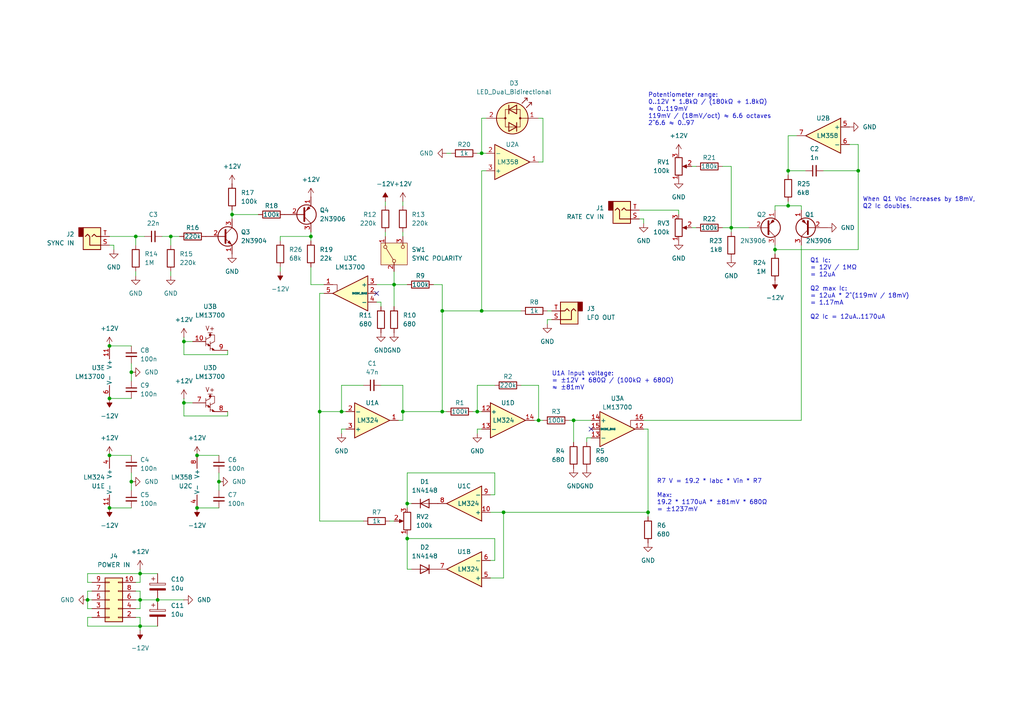
<source format=kicad_sch>
(kicad_sch
	(version 20231120)
	(generator "eeschema")
	(generator_version "8.0")
	(uuid "6f8460eb-289c-4f70-8bc4-b2667979b88b")
	(paper "A4")
	(title_block
		(title "Variable Waveshape VCLFO")
		(date "2024-08-06")
		(rev "1.0")
		(company "Sandelinos")
		(comment 1 "https://sandelinos.me/diy/Variable_Waveshape_VCLFO")
	)
	
	(junction
		(at 139.7 90.17)
		(diameter 0)
		(color 0 0 0 0)
		(uuid "060e2065-a5de-4f74-941f-99c677e1e370")
	)
	(junction
		(at 40.64 181.61)
		(diameter 0)
		(color 0 0 0 0)
		(uuid "0f124b43-6a8a-45d7-a3df-7770e101e92f")
	)
	(junction
		(at 228.6 59.69)
		(diameter 0)
		(color 0 0 0 0)
		(uuid "157a48c3-01c8-4711-b67a-ed4e71c729cb")
	)
	(junction
		(at 128.27 119.38)
		(diameter 0)
		(color 0 0 0 0)
		(uuid "206849c2-6288-42ed-b4d2-0c6231b21aca")
	)
	(junction
		(at 128.27 90.17)
		(diameter 0)
		(color 0 0 0 0)
		(uuid "2337f32c-bb99-4560-ad76-9c76094a3e21")
	)
	(junction
		(at 31.75 115.57)
		(diameter 0)
		(color 0 0 0 0)
		(uuid "27223159-a0a3-4c0c-8917-063157b1f123")
	)
	(junction
		(at 166.37 121.92)
		(diameter 0)
		(color 0 0 0 0)
		(uuid "27e9457c-0529-493d-b1bf-6e73b9aef8e3")
	)
	(junction
		(at 53.34 99.06)
		(diameter 0)
		(color 0 0 0 0)
		(uuid "2e5658d2-98f3-4d4b-b362-4e69205265ab")
	)
	(junction
		(at 187.96 148.59)
		(diameter 0)
		(color 0 0 0 0)
		(uuid "2fbbf4aa-0e77-474f-aa48-9e1fc6565b48")
	)
	(junction
		(at 49.53 68.58)
		(diameter 0)
		(color 0 0 0 0)
		(uuid "31046a94-77ac-417a-a131-8996047300fa")
	)
	(junction
		(at 99.06 119.38)
		(diameter 0)
		(color 0 0 0 0)
		(uuid "33c2116f-57c8-485d-8f42-e9dc02149c73")
	)
	(junction
		(at 57.15 132.08)
		(diameter 0)
		(color 0 0 0 0)
		(uuid "39e23864-b9fe-4312-b2a5-2660e32ed008")
	)
	(junction
		(at 31.75 147.32)
		(diameter 0)
		(color 0 0 0 0)
		(uuid "3e88520b-a755-4108-96ef-a31e535d352f")
	)
	(junction
		(at 114.3 82.55)
		(diameter 0)
		(color 0 0 0 0)
		(uuid "3f721cca-8791-4183-9f72-fabd9b53d4fb")
	)
	(junction
		(at 40.64 173.99)
		(diameter 0)
		(color 0 0 0 0)
		(uuid "4fbd432c-768c-4794-b0ae-572ef97fa93d")
	)
	(junction
		(at 116.84 119.38)
		(diameter 0)
		(color 0 0 0 0)
		(uuid "53f97ddd-0c34-4f53-ba99-30dd16282e79")
	)
	(junction
		(at 90.17 68.58)
		(diameter 0)
		(color 0 0 0 0)
		(uuid "5432a681-012b-4487-8d9a-89f31854459d")
	)
	(junction
		(at 25.4 173.99)
		(diameter 0)
		(color 0 0 0 0)
		(uuid "5f164566-dcc8-4f0f-9490-a9ec5d290bd4")
	)
	(junction
		(at 63.5 139.7)
		(diameter 0)
		(color 0 0 0 0)
		(uuid "6967d33a-2bc3-4ba9-94c6-8802513b6cb3")
	)
	(junction
		(at 40.64 166.37)
		(diameter 0)
		(color 0 0 0 0)
		(uuid "6e8b17d7-e6b6-4b06-9433-dcc3e139d456")
	)
	(junction
		(at 67.31 62.23)
		(diameter 0)
		(color 0 0 0 0)
		(uuid "6f04a777-845c-4e1c-891e-b675c4e72b01")
	)
	(junction
		(at 31.75 132.08)
		(diameter 0)
		(color 0 0 0 0)
		(uuid "720f2234-7712-43e4-b816-0d47dd22d27f")
	)
	(junction
		(at 139.7 44.45)
		(diameter 0)
		(color 0 0 0 0)
		(uuid "81349233-c06a-4807-ad8a-a787b5c199d8")
	)
	(junction
		(at 138.43 119.38)
		(diameter 0)
		(color 0 0 0 0)
		(uuid "81b7b6e3-bd60-4dd7-9864-9740aeca3a26")
	)
	(junction
		(at 212.09 66.04)
		(diameter 0)
		(color 0 0 0 0)
		(uuid "82b3f5e0-c438-4862-8aad-5051b313050e")
	)
	(junction
		(at 146.05 148.59)
		(diameter 0)
		(color 0 0 0 0)
		(uuid "84cf9bba-8078-4848-b68f-9e8e78e0ef66")
	)
	(junction
		(at 118.11 146.05)
		(diameter 0)
		(color 0 0 0 0)
		(uuid "8fa7762e-6eaf-4e70-a656-c6aaf71d209b")
	)
	(junction
		(at 57.15 147.32)
		(diameter 0)
		(color 0 0 0 0)
		(uuid "953b39f3-8d51-4b32-9470-9236ba3af101")
	)
	(junction
		(at 39.37 68.58)
		(diameter 0)
		(color 0 0 0 0)
		(uuid "b1b6e271-86f1-4ec1-a4bd-a220fc9d96d2")
	)
	(junction
		(at 248.92 49.53)
		(diameter 0)
		(color 0 0 0 0)
		(uuid "c49db6ec-b34c-4169-8015-16583e0b57a6")
	)
	(junction
		(at 92.71 119.38)
		(diameter 0)
		(color 0 0 0 0)
		(uuid "cfdc9ffa-7cc5-4440-b270-e38f7fc63190")
	)
	(junction
		(at 38.1 107.95)
		(diameter 0)
		(color 0 0 0 0)
		(uuid "da32be7e-86c9-4dea-b955-42dd0a36ddda")
	)
	(junction
		(at 224.79 72.39)
		(diameter 0)
		(color 0 0 0 0)
		(uuid "e787e7b0-99b7-4eee-ad70-578c75fcc0fc")
	)
	(junction
		(at 31.75 100.33)
		(diameter 0)
		(color 0 0 0 0)
		(uuid "e97675ca-15fc-4d93-be5c-ad79cde1d5fe")
	)
	(junction
		(at 38.1 139.7)
		(diameter 0)
		(color 0 0 0 0)
		(uuid "ee736aaf-a419-4e72-b880-d3484e5e104a")
	)
	(junction
		(at 118.11 156.21)
		(diameter 0)
		(color 0 0 0 0)
		(uuid "f13b0390-a93d-48de-b272-d7890476bdad")
	)
	(junction
		(at 156.21 121.92)
		(diameter 0)
		(color 0 0 0 0)
		(uuid "f4b964e7-2f0e-412a-93f3-ef71ad2b073e")
	)
	(junction
		(at 228.6 49.53)
		(diameter 0)
		(color 0 0 0 0)
		(uuid "f83c0cd7-9b46-47e3-b15c-8324133f0c50")
	)
	(junction
		(at 53.34 116.84)
		(diameter 0)
		(color 0 0 0 0)
		(uuid "f896c870-d59f-4df7-ae2f-d5cd52f863df")
	)
	(junction
		(at 45.72 173.99)
		(diameter 0)
		(color 0 0 0 0)
		(uuid "fc1c4e63-5f04-458a-88c8-573a75128eff")
	)
	(no_connect
		(at 171.45 124.46)
		(uuid "2fc4735a-4113-4d5e-baba-c33357655146")
	)
	(no_connect
		(at 109.22 85.09)
		(uuid "db3b3317-3585-43b1-8022-5eb9303b3384")
	)
	(wire
		(pts
			(xy 156.21 121.92) (xy 154.94 121.92)
		)
		(stroke
			(width 0)
			(type default)
		)
		(uuid "05711184-253a-44e9-b225-eb311853e0a5")
	)
	(wire
		(pts
			(xy 40.64 173.99) (xy 45.72 173.99)
		)
		(stroke
			(width 0)
			(type default)
		)
		(uuid "0591575d-f646-43a5-bbc6-7a0270f8c8cb")
	)
	(wire
		(pts
			(xy 39.37 168.91) (xy 40.64 168.91)
		)
		(stroke
			(width 0)
			(type default)
		)
		(uuid "065a55bc-6ee1-4f41-a3f5-3d025442cc51")
	)
	(wire
		(pts
			(xy 111.76 58.42) (xy 111.76 59.69)
		)
		(stroke
			(width 0)
			(type default)
		)
		(uuid "07bed186-c399-4899-a26a-918b8723440b")
	)
	(wire
		(pts
			(xy 143.51 162.56) (xy 142.24 162.56)
		)
		(stroke
			(width 0)
			(type default)
		)
		(uuid "07d36392-56ce-488b-8dc7-8a45f18ef123")
	)
	(wire
		(pts
			(xy 25.4 166.37) (xy 25.4 168.91)
		)
		(stroke
			(width 0)
			(type default)
		)
		(uuid "0a5dca3d-1c8d-4ea0-a575-6deac90fa05f")
	)
	(wire
		(pts
			(xy 38.1 132.08) (xy 31.75 132.08)
		)
		(stroke
			(width 0)
			(type default)
		)
		(uuid "0b35ec18-ebcf-4002-b979-82211f3f50bd")
	)
	(wire
		(pts
			(xy 49.53 68.58) (xy 52.07 68.58)
		)
		(stroke
			(width 0)
			(type default)
		)
		(uuid "0cf9ee79-350a-4a74-9ef7-8a0587406da2")
	)
	(wire
		(pts
			(xy 90.17 77.47) (xy 90.17 82.55)
		)
		(stroke
			(width 0)
			(type default)
		)
		(uuid "0d9f296b-83fb-4fba-8a96-1bc80ff5045d")
	)
	(wire
		(pts
			(xy 114.3 82.55) (xy 118.11 82.55)
		)
		(stroke
			(width 0)
			(type default)
		)
		(uuid "0e2639c8-24e2-458b-a0bb-c9289a497e74")
	)
	(wire
		(pts
			(xy 25.4 171.45) (xy 25.4 173.99)
		)
		(stroke
			(width 0)
			(type default)
		)
		(uuid "0f2836a5-ac1d-4cfa-a0d0-842989d49396")
	)
	(wire
		(pts
			(xy 137.16 119.38) (xy 138.43 119.38)
		)
		(stroke
			(width 0)
			(type default)
		)
		(uuid "113ccbd3-6ddf-433f-9825-9605096ba641")
	)
	(wire
		(pts
			(xy 128.27 119.38) (xy 129.54 119.38)
		)
		(stroke
			(width 0)
			(type default)
		)
		(uuid "11ea434e-a43e-4110-874e-a3b13452a0a9")
	)
	(wire
		(pts
			(xy 125.73 82.55) (xy 128.27 82.55)
		)
		(stroke
			(width 0)
			(type default)
		)
		(uuid "13d79af9-3d82-4d79-816f-a4aba4395833")
	)
	(wire
		(pts
			(xy 116.84 67.31) (xy 116.84 68.58)
		)
		(stroke
			(width 0)
			(type default)
		)
		(uuid "15a53c79-fc67-4288-8411-af2597bb047a")
	)
	(wire
		(pts
			(xy 25.4 173.99) (xy 25.4 176.53)
		)
		(stroke
			(width 0)
			(type default)
		)
		(uuid "15aa5317-92f2-4601-8a28-2da91a243b2a")
	)
	(wire
		(pts
			(xy 38.1 107.95) (xy 38.1 110.49)
		)
		(stroke
			(width 0)
			(type default)
		)
		(uuid "18a641ad-9436-42fc-9162-d1c5d903f4e9")
	)
	(wire
		(pts
			(xy 53.34 116.84) (xy 53.34 120.65)
		)
		(stroke
			(width 0)
			(type default)
		)
		(uuid "1948e94a-d300-4b8a-add6-d79c55a6e5b9")
	)
	(wire
		(pts
			(xy 138.43 125.73) (xy 138.43 124.46)
		)
		(stroke
			(width 0)
			(type default)
		)
		(uuid "19b0eb90-59c4-4596-a746-e6a560a244d9")
	)
	(wire
		(pts
			(xy 92.71 119.38) (xy 99.06 119.38)
		)
		(stroke
			(width 0)
			(type default)
		)
		(uuid "1c32a139-e20f-42d1-b8ce-a7dc3209c108")
	)
	(wire
		(pts
			(xy 151.13 111.76) (xy 156.21 111.76)
		)
		(stroke
			(width 0)
			(type default)
		)
		(uuid "1c4cf399-97f3-4e6b-8165-7cc44ed6dc20")
	)
	(wire
		(pts
			(xy 25.4 173.99) (xy 26.67 173.99)
		)
		(stroke
			(width 0)
			(type default)
		)
		(uuid "1dd78adc-ad32-4a71-addc-4f5036258e00")
	)
	(wire
		(pts
			(xy 63.5 132.08) (xy 57.15 132.08)
		)
		(stroke
			(width 0)
			(type default)
		)
		(uuid "1e4e9ed6-e576-43ce-83a9-4a893388c9e4")
	)
	(wire
		(pts
			(xy 63.5 139.7) (xy 63.5 142.24)
		)
		(stroke
			(width 0)
			(type default)
		)
		(uuid "1f7deea3-ba2e-4f59-b39c-efc964480bc2")
	)
	(wire
		(pts
			(xy 116.84 119.38) (xy 116.84 111.76)
		)
		(stroke
			(width 0)
			(type default)
		)
		(uuid "21e2ff06-5acf-4122-8db3-1735e7cd28a5")
	)
	(wire
		(pts
			(xy 38.1 137.16) (xy 38.1 139.7)
		)
		(stroke
			(width 0)
			(type default)
		)
		(uuid "22811d76-7e2d-47d3-92b3-7c93adc3f0ea")
	)
	(wire
		(pts
			(xy 113.03 151.13) (xy 114.3 151.13)
		)
		(stroke
			(width 0)
			(type default)
		)
		(uuid "2433290c-7e85-4913-88b6-b74447622607")
	)
	(wire
		(pts
			(xy 66.04 101.6) (xy 66.04 102.87)
		)
		(stroke
			(width 0)
			(type default)
		)
		(uuid "26b39ed3-e463-43bb-b1b1-b34a67644460")
	)
	(wire
		(pts
			(xy 224.79 59.69) (xy 224.79 60.96)
		)
		(stroke
			(width 0)
			(type default)
		)
		(uuid "292ca581-dce1-4fdc-b6a6-5060453b04b5")
	)
	(wire
		(pts
			(xy 111.76 67.31) (xy 111.76 68.58)
		)
		(stroke
			(width 0)
			(type default)
		)
		(uuid "2a641e7c-859d-4bff-b87f-4fb4bed5eb67")
	)
	(wire
		(pts
			(xy 142.24 143.51) (xy 143.51 143.51)
		)
		(stroke
			(width 0)
			(type default)
		)
		(uuid "2b7bcf0a-f114-4dc6-a8cf-dad56fb96312")
	)
	(wire
		(pts
			(xy 248.92 49.53) (xy 248.92 41.91)
		)
		(stroke
			(width 0)
			(type default)
		)
		(uuid "2d43ed46-ce45-4006-b5ce-89928e8286b8")
	)
	(wire
		(pts
			(xy 146.05 167.64) (xy 142.24 167.64)
		)
		(stroke
			(width 0)
			(type default)
		)
		(uuid "2e101883-9ac9-43ec-a7ea-664ed6a47b3d")
	)
	(wire
		(pts
			(xy 209.55 48.26) (xy 212.09 48.26)
		)
		(stroke
			(width 0)
			(type default)
		)
		(uuid "2e969d24-709e-42b0-9dc2-c7fc7223e8bf")
	)
	(wire
		(pts
			(xy 143.51 137.16) (xy 118.11 137.16)
		)
		(stroke
			(width 0)
			(type default)
		)
		(uuid "3042241d-01d0-46e2-a5ae-9c1950f02014")
	)
	(wire
		(pts
			(xy 157.48 34.29) (xy 157.48 46.99)
		)
		(stroke
			(width 0)
			(type default)
		)
		(uuid "318e08ab-8767-4623-8f1e-341bb76c765a")
	)
	(wire
		(pts
			(xy 116.84 121.92) (xy 115.57 121.92)
		)
		(stroke
			(width 0)
			(type default)
		)
		(uuid "3248383f-15be-406c-a803-27029750c3fa")
	)
	(wire
		(pts
			(xy 138.43 44.45) (xy 139.7 44.45)
		)
		(stroke
			(width 0)
			(type default)
		)
		(uuid "3267371e-5c60-41f1-9d64-b8b3c0dbe2b9")
	)
	(wire
		(pts
			(xy 49.53 68.58) (xy 49.53 71.12)
		)
		(stroke
			(width 0)
			(type default)
		)
		(uuid "33eb6b67-9b19-4afd-98be-ca454ec50031")
	)
	(wire
		(pts
			(xy 116.84 58.42) (xy 116.84 59.69)
		)
		(stroke
			(width 0)
			(type default)
		)
		(uuid "3701a70c-a512-4278-96e1-a77bf9e9eab2")
	)
	(wire
		(pts
			(xy 118.11 146.05) (xy 119.38 146.05)
		)
		(stroke
			(width 0)
			(type default)
		)
		(uuid "37431b19-7f84-4caa-9040-67acc1490d1e")
	)
	(wire
		(pts
			(xy 200.66 66.04) (xy 201.93 66.04)
		)
		(stroke
			(width 0)
			(type default)
		)
		(uuid "3827933e-a33e-487f-ad66-4b10db36fa25")
	)
	(wire
		(pts
			(xy 40.64 181.61) (xy 45.72 181.61)
		)
		(stroke
			(width 0)
			(type default)
		)
		(uuid "38293b06-9a8f-45ac-a2ae-feb454e5c1f0")
	)
	(wire
		(pts
			(xy 40.64 181.61) (xy 40.64 179.07)
		)
		(stroke
			(width 0)
			(type default)
		)
		(uuid "3ac2ddd4-2ffd-441b-b494-b6ff17173132")
	)
	(wire
		(pts
			(xy 158.75 90.17) (xy 160.02 90.17)
		)
		(stroke
			(width 0)
			(type default)
		)
		(uuid "3b0ed0c7-830f-4bc7-8aa2-839e71c3408a")
	)
	(wire
		(pts
			(xy 186.69 63.5) (xy 186.69 64.77)
		)
		(stroke
			(width 0)
			(type default)
		)
		(uuid "3dba51cb-e0b7-4ee2-80cc-f4b5f5533669")
	)
	(wire
		(pts
			(xy 232.41 71.12) (xy 232.41 121.92)
		)
		(stroke
			(width 0)
			(type default)
		)
		(uuid "3dc8382f-806b-4a45-a01c-a1cee24b256c")
	)
	(wire
		(pts
			(xy 212.09 48.26) (xy 212.09 66.04)
		)
		(stroke
			(width 0)
			(type default)
		)
		(uuid "40619a74-8412-430d-8507-005383d77a49")
	)
	(wire
		(pts
			(xy 129.54 44.45) (xy 130.81 44.45)
		)
		(stroke
			(width 0)
			(type default)
		)
		(uuid "44af9fb5-7750-419c-9732-288f6314665c")
	)
	(wire
		(pts
			(xy 170.18 127) (xy 170.18 128.27)
		)
		(stroke
			(width 0)
			(type default)
		)
		(uuid "462752b1-2b54-4273-9272-046cfac300c6")
	)
	(wire
		(pts
			(xy 39.37 80.01) (xy 39.37 78.74)
		)
		(stroke
			(width 0)
			(type default)
		)
		(uuid "48546da1-f3e4-49a7-991d-444972b57ade")
	)
	(wire
		(pts
			(xy 143.51 143.51) (xy 143.51 137.16)
		)
		(stroke
			(width 0)
			(type default)
		)
		(uuid "4a67b688-82db-4287-bdb8-cece4abab85a")
	)
	(wire
		(pts
			(xy 31.75 147.32) (xy 38.1 147.32)
		)
		(stroke
			(width 0)
			(type default)
		)
		(uuid "4a9f6a8d-fe50-4c4a-946e-520a395fa3f5")
	)
	(wire
		(pts
			(xy 157.48 46.99) (xy 156.21 46.99)
		)
		(stroke
			(width 0)
			(type default)
		)
		(uuid "4acc58c5-b680-4d9b-83bc-2223c3fcc9c4")
	)
	(wire
		(pts
			(xy 25.4 168.91) (xy 26.67 168.91)
		)
		(stroke
			(width 0)
			(type default)
		)
		(uuid "4ba302ef-6f3f-4f66-9f65-101cf882bb4f")
	)
	(wire
		(pts
			(xy 128.27 90.17) (xy 128.27 119.38)
		)
		(stroke
			(width 0)
			(type default)
		)
		(uuid "4c75f594-86a1-4145-bfa5-e6626d344c63")
	)
	(wire
		(pts
			(xy 114.3 82.55) (xy 114.3 88.9)
		)
		(stroke
			(width 0)
			(type default)
		)
		(uuid "4dd8ed34-5eb8-4456-8392-f7879f6349e8")
	)
	(wire
		(pts
			(xy 118.11 156.21) (xy 143.51 156.21)
		)
		(stroke
			(width 0)
			(type default)
		)
		(uuid "4ec344b5-8612-4286-9cbd-d0ae403a8c56")
	)
	(wire
		(pts
			(xy 40.64 179.07) (xy 39.37 179.07)
		)
		(stroke
			(width 0)
			(type default)
		)
		(uuid "4fad20b4-9041-4ff1-9d52-81e3115a2f33")
	)
	(wire
		(pts
			(xy 200.66 48.26) (xy 201.93 48.26)
		)
		(stroke
			(width 0)
			(type default)
		)
		(uuid "51604133-e7c3-4c7d-beb3-66a051e83ab4")
	)
	(wire
		(pts
			(xy 128.27 90.17) (xy 139.7 90.17)
		)
		(stroke
			(width 0)
			(type default)
		)
		(uuid "5285866c-7f4f-4325-ac9f-1db1b0e2801d")
	)
	(wire
		(pts
			(xy 143.51 156.21) (xy 143.51 162.56)
		)
		(stroke
			(width 0)
			(type default)
		)
		(uuid "55394310-418a-495c-a744-a1204415acfe")
	)
	(wire
		(pts
			(xy 53.34 116.84) (xy 55.88 116.84)
		)
		(stroke
			(width 0)
			(type default)
		)
		(uuid "565a7c51-014b-4e25-936d-13e17e89e4c6")
	)
	(wire
		(pts
			(xy 118.11 165.1) (xy 118.11 156.21)
		)
		(stroke
			(width 0)
			(type default)
		)
		(uuid "5829695e-3cd3-43b0-bf68-b64adb070b58")
	)
	(wire
		(pts
			(xy 39.37 173.99) (xy 40.64 173.99)
		)
		(stroke
			(width 0)
			(type default)
		)
		(uuid "5cf46628-6acb-47fe-a11a-156f5fa49627")
	)
	(wire
		(pts
			(xy 224.79 72.39) (xy 248.92 72.39)
		)
		(stroke
			(width 0)
			(type default)
		)
		(uuid "5d89c362-f7b4-4416-ad4f-58eaeec4a53b")
	)
	(wire
		(pts
			(xy 40.64 165.1) (xy 40.64 166.37)
		)
		(stroke
			(width 0)
			(type default)
		)
		(uuid "5f2584e4-f08f-4c1b-96fa-93ee338631a8")
	)
	(wire
		(pts
			(xy 40.64 173.99) (xy 40.64 176.53)
		)
		(stroke
			(width 0)
			(type default)
		)
		(uuid "616ab191-0bf1-487f-b68f-a95b46f070b3")
	)
	(wire
		(pts
			(xy 119.38 165.1) (xy 118.11 165.1)
		)
		(stroke
			(width 0)
			(type default)
		)
		(uuid "63468a66-5acb-4f58-b984-be7417485dff")
	)
	(wire
		(pts
			(xy 105.41 111.76) (xy 99.06 111.76)
		)
		(stroke
			(width 0)
			(type default)
		)
		(uuid "6420adc1-cd70-4ccd-ab33-6f62d1888487")
	)
	(wire
		(pts
			(xy 116.84 119.38) (xy 128.27 119.38)
		)
		(stroke
			(width 0)
			(type default)
		)
		(uuid "6439ac92-e6d5-4fe3-b50f-9587551236ac")
	)
	(wire
		(pts
			(xy 38.1 105.41) (xy 38.1 107.95)
		)
		(stroke
			(width 0)
			(type default)
		)
		(uuid "663f8c0e-cbf3-4c80-973f-d73133e8a0c7")
	)
	(wire
		(pts
			(xy 248.92 72.39) (xy 248.92 49.53)
		)
		(stroke
			(width 0)
			(type default)
		)
		(uuid "66dc7bb7-e15a-4e36-bdf3-763f65c5228c")
	)
	(wire
		(pts
			(xy 143.51 111.76) (xy 138.43 111.76)
		)
		(stroke
			(width 0)
			(type default)
		)
		(uuid "6998a4a8-b95e-4557-92d0-16df463669bd")
	)
	(wire
		(pts
			(xy 90.17 82.55) (xy 93.98 82.55)
		)
		(stroke
			(width 0)
			(type default)
		)
		(uuid "6aaf7f65-49a2-482d-b2eb-ef3eec83caef")
	)
	(wire
		(pts
			(xy 146.05 148.59) (xy 187.96 148.59)
		)
		(stroke
			(width 0)
			(type default)
		)
		(uuid "6bbd9b25-eca6-4c61-be14-964315cb15d3")
	)
	(wire
		(pts
			(xy 67.31 62.23) (xy 67.31 63.5)
		)
		(stroke
			(width 0)
			(type default)
		)
		(uuid "6c9efefc-903a-4146-be88-79dc27e4a3ea")
	)
	(wire
		(pts
			(xy 118.11 146.05) (xy 118.11 147.32)
		)
		(stroke
			(width 0)
			(type default)
		)
		(uuid "729b5236-fccc-41a9-b8c2-bc72279bf882")
	)
	(wire
		(pts
			(xy 139.7 49.53) (xy 140.97 49.53)
		)
		(stroke
			(width 0)
			(type default)
		)
		(uuid "78de768a-3d8d-4aa4-93b6-92e524523c33")
	)
	(wire
		(pts
			(xy 158.75 93.98) (xy 158.75 92.71)
		)
		(stroke
			(width 0)
			(type default)
		)
		(uuid "79659177-83b2-412d-8b4b-6ee6eafbf9d6")
	)
	(wire
		(pts
			(xy 118.11 137.16) (xy 118.11 146.05)
		)
		(stroke
			(width 0)
			(type default)
		)
		(uuid "7b554b02-3e3f-49f0-9ec0-4274e3a2e121")
	)
	(wire
		(pts
			(xy 156.21 121.92) (xy 157.48 121.92)
		)
		(stroke
			(width 0)
			(type default)
		)
		(uuid "7c21c90a-8bed-4dec-8708-6f782c54a19b")
	)
	(wire
		(pts
			(xy 40.64 182.88) (xy 40.64 181.61)
		)
		(stroke
			(width 0)
			(type default)
		)
		(uuid "7c46ff26-042e-4bad-8ad3-38b45858088a")
	)
	(wire
		(pts
			(xy 66.04 102.87) (xy 53.34 102.87)
		)
		(stroke
			(width 0)
			(type default)
		)
		(uuid "7d543d6a-34a7-4d49-9ecb-7352029b48fe")
	)
	(wire
		(pts
			(xy 232.41 59.69) (xy 232.41 60.96)
		)
		(stroke
			(width 0)
			(type default)
		)
		(uuid "7e1e9178-305f-4949-9d98-a9edf7256fd9")
	)
	(wire
		(pts
			(xy 228.6 58.42) (xy 228.6 59.69)
		)
		(stroke
			(width 0)
			(type default)
		)
		(uuid "7e691738-f7db-4651-a86d-3c5bbb2c1cf9")
	)
	(wire
		(pts
			(xy 25.4 181.61) (xy 40.64 181.61)
		)
		(stroke
			(width 0)
			(type default)
		)
		(uuid "82981e8d-df95-42ee-b1a0-ab91e99155ec")
	)
	(wire
		(pts
			(xy 45.72 173.99) (xy 53.34 173.99)
		)
		(stroke
			(width 0)
			(type default)
		)
		(uuid "848d1267-cb77-485f-ab92-b3fab792e805")
	)
	(wire
		(pts
			(xy 209.55 66.04) (xy 212.09 66.04)
		)
		(stroke
			(width 0)
			(type default)
		)
		(uuid "86a174f1-a220-43af-81c9-e7afd653b58c")
	)
	(wire
		(pts
			(xy 53.34 115.57) (xy 53.34 116.84)
		)
		(stroke
			(width 0)
			(type default)
		)
		(uuid "8958afc9-eef7-4ccb-ba17-e9e55d56a747")
	)
	(wire
		(pts
			(xy 53.34 99.06) (xy 55.88 99.06)
		)
		(stroke
			(width 0)
			(type default)
		)
		(uuid "8b7a5918-797f-4f00-afcd-0b20f06aad34")
	)
	(wire
		(pts
			(xy 92.71 85.09) (xy 92.71 119.38)
		)
		(stroke
			(width 0)
			(type default)
		)
		(uuid "8e0555e9-4173-40e3-a8db-e99c914ad098")
	)
	(wire
		(pts
			(xy 231.14 39.37) (xy 228.6 39.37)
		)
		(stroke
			(width 0)
			(type default)
		)
		(uuid "8e218aa8-3fda-4cc9-983a-9e1d9691f1a4")
	)
	(wire
		(pts
			(xy 40.64 168.91) (xy 40.64 166.37)
		)
		(stroke
			(width 0)
			(type default)
		)
		(uuid "8ef99ec7-6521-4acf-a59a-1e6ddee38407")
	)
	(wire
		(pts
			(xy 185.42 60.96) (xy 196.85 60.96)
		)
		(stroke
			(width 0)
			(type default)
		)
		(uuid "8fecfaa9-afab-4020-aa14-15f7ff880adf")
	)
	(wire
		(pts
			(xy 196.85 60.96) (xy 196.85 62.23)
		)
		(stroke
			(width 0)
			(type default)
		)
		(uuid "926a2393-676e-4961-ad05-537920a4374d")
	)
	(wire
		(pts
			(xy 110.49 111.76) (xy 116.84 111.76)
		)
		(stroke
			(width 0)
			(type default)
		)
		(uuid "93dd5090-3bb4-4cb6-a97b-2bb39a3ae998")
	)
	(wire
		(pts
			(xy 90.17 68.58) (xy 81.28 68.58)
		)
		(stroke
			(width 0)
			(type default)
		)
		(uuid "940e71b6-2c2b-4a67-8766-f585b0114812")
	)
	(wire
		(pts
			(xy 138.43 119.38) (xy 139.7 119.38)
		)
		(stroke
			(width 0)
			(type default)
		)
		(uuid "9762f6a6-3948-45cc-890d-18bd36205d42")
	)
	(wire
		(pts
			(xy 81.28 77.47) (xy 81.28 78.74)
		)
		(stroke
			(width 0)
			(type default)
		)
		(uuid "97f6d36b-61bb-4ab4-b3cc-88c23a8b8825")
	)
	(wire
		(pts
			(xy 53.34 99.06) (xy 53.34 102.87)
		)
		(stroke
			(width 0)
			(type default)
		)
		(uuid "9ba8e86e-4985-4341-a5e3-44d1bcd8e2d0")
	)
	(wire
		(pts
			(xy 81.28 68.58) (xy 81.28 69.85)
		)
		(stroke
			(width 0)
			(type default)
		)
		(uuid "9bd4b309-8f96-4f50-925e-19dbf94c57ea")
	)
	(wire
		(pts
			(xy 109.22 82.55) (xy 114.3 82.55)
		)
		(stroke
			(width 0)
			(type default)
		)
		(uuid "9da5af9d-35b8-47c5-acc6-a6cb8b8e66c6")
	)
	(wire
		(pts
			(xy 40.64 171.45) (xy 40.64 173.99)
		)
		(stroke
			(width 0)
			(type default)
		)
		(uuid "9e0e3bc5-351c-42ed-b65b-efb792a0db5a")
	)
	(wire
		(pts
			(xy 186.69 124.46) (xy 187.96 124.46)
		)
		(stroke
			(width 0)
			(type default)
		)
		(uuid "9fabf44c-0e2e-47bf-9686-a89150833752")
	)
	(wire
		(pts
			(xy 166.37 121.92) (xy 171.45 121.92)
		)
		(stroke
			(width 0)
			(type default)
		)
		(uuid "a3df6ad4-b09a-4775-baa4-389e2d2fe3ec")
	)
	(wire
		(pts
			(xy 138.43 111.76) (xy 138.43 119.38)
		)
		(stroke
			(width 0)
			(type default)
		)
		(uuid "a3f059ff-cd23-4ee3-b3b1-f902a6483b05")
	)
	(wire
		(pts
			(xy 99.06 119.38) (xy 100.33 119.38)
		)
		(stroke
			(width 0)
			(type default)
		)
		(uuid "a546e788-9132-4e42-b3fb-56383da4da7a")
	)
	(wire
		(pts
			(xy 63.5 137.16) (xy 63.5 139.7)
		)
		(stroke
			(width 0)
			(type default)
		)
		(uuid "a5cac848-e494-4c95-9e53-d4bb18708883")
	)
	(wire
		(pts
			(xy 25.4 176.53) (xy 26.67 176.53)
		)
		(stroke
			(width 0)
			(type default)
		)
		(uuid "a64ec127-4d79-4178-94d0-854a06752f77")
	)
	(wire
		(pts
			(xy 224.79 71.12) (xy 224.79 72.39)
		)
		(stroke
			(width 0)
			(type default)
		)
		(uuid "a7e623e6-eec6-41b5-9163-1762d9a133ee")
	)
	(wire
		(pts
			(xy 57.15 147.32) (xy 63.5 147.32)
		)
		(stroke
			(width 0)
			(type default)
		)
		(uuid "a83e625b-6c03-4a3c-b367-b3d31205de20")
	)
	(wire
		(pts
			(xy 187.96 124.46) (xy 187.96 148.59)
		)
		(stroke
			(width 0)
			(type default)
		)
		(uuid "a938e4d6-6eda-4c8d-a563-b7651814f624")
	)
	(wire
		(pts
			(xy 67.31 60.96) (xy 67.31 62.23)
		)
		(stroke
			(width 0)
			(type default)
		)
		(uuid "a9b61ed1-92ee-4df4-8aaf-7f928000b74a")
	)
	(wire
		(pts
			(xy 138.43 124.46) (xy 139.7 124.46)
		)
		(stroke
			(width 0)
			(type default)
		)
		(uuid "aa40fd99-ea6f-44eb-b8ea-13a9d3c0c509")
	)
	(wire
		(pts
			(xy 170.18 127) (xy 171.45 127)
		)
		(stroke
			(width 0)
			(type default)
		)
		(uuid "aa65e386-171e-4313-ad4f-bf586a46eb2a")
	)
	(wire
		(pts
			(xy 166.37 128.27) (xy 166.37 121.92)
		)
		(stroke
			(width 0)
			(type default)
		)
		(uuid "ac1154f5-396b-45f3-aa60-862575a354f1")
	)
	(wire
		(pts
			(xy 140.97 34.29) (xy 139.7 34.29)
		)
		(stroke
			(width 0)
			(type default)
		)
		(uuid "ae0ee33c-b21b-4521-8760-652bea7db7cf")
	)
	(wire
		(pts
			(xy 26.67 171.45) (xy 25.4 171.45)
		)
		(stroke
			(width 0)
			(type default)
		)
		(uuid "af0e63d0-eb4e-4327-b750-8f8eb0aaadc4")
	)
	(wire
		(pts
			(xy 26.67 179.07) (xy 25.4 179.07)
		)
		(stroke
			(width 0)
			(type default)
		)
		(uuid "afdf34f1-a587-441f-9fc3-cb4feaba4b58")
	)
	(wire
		(pts
			(xy 67.31 62.23) (xy 74.93 62.23)
		)
		(stroke
			(width 0)
			(type default)
		)
		(uuid "b16c741b-ebdd-4b87-980e-332d23358eed")
	)
	(wire
		(pts
			(xy 146.05 148.59) (xy 146.05 167.64)
		)
		(stroke
			(width 0)
			(type default)
		)
		(uuid "b4823f98-402c-4a60-8463-f900e7e4514d")
	)
	(wire
		(pts
			(xy 238.76 49.53) (xy 248.92 49.53)
		)
		(stroke
			(width 0)
			(type default)
		)
		(uuid "b74cccd7-a593-4c99-b4bf-28ead029552d")
	)
	(wire
		(pts
			(xy 92.71 151.13) (xy 92.71 119.38)
		)
		(stroke
			(width 0)
			(type default)
		)
		(uuid "b80053a8-17ac-412c-ac41-d0a8e80f472c")
	)
	(wire
		(pts
			(xy 105.41 151.13) (xy 92.71 151.13)
		)
		(stroke
			(width 0)
			(type default)
		)
		(uuid "b8c42959-b2a5-4e2e-b1f6-0fd7e4977373")
	)
	(wire
		(pts
			(xy 212.09 66.04) (xy 212.09 67.31)
		)
		(stroke
			(width 0)
			(type default)
		)
		(uuid "ba6cd8b2-78e8-4d5c-bd12-53d3376751fd")
	)
	(wire
		(pts
			(xy 158.75 92.71) (xy 160.02 92.71)
		)
		(stroke
			(width 0)
			(type default)
		)
		(uuid "bb1037c5-b316-4c06-8d7f-77160251adfb")
	)
	(wire
		(pts
			(xy 31.75 71.12) (xy 33.02 71.12)
		)
		(stroke
			(width 0)
			(type default)
		)
		(uuid "bc35a242-2529-4a81-a18c-e2827aec3669")
	)
	(wire
		(pts
			(xy 53.34 97.79) (xy 53.34 99.06)
		)
		(stroke
			(width 0)
			(type default)
		)
		(uuid "bd9ed2e1-1991-47e0-ae8b-e3790c9b3171")
	)
	(wire
		(pts
			(xy 66.04 120.65) (xy 53.34 120.65)
		)
		(stroke
			(width 0)
			(type default)
		)
		(uuid "bdbc7828-b1fd-4a9f-b834-27cf1534dcfa")
	)
	(wire
		(pts
			(xy 139.7 44.45) (xy 140.97 44.45)
		)
		(stroke
			(width 0)
			(type default)
		)
		(uuid "be1d6201-17d6-43bf-99c7-4d621e634973")
	)
	(wire
		(pts
			(xy 248.92 41.91) (xy 246.38 41.91)
		)
		(stroke
			(width 0)
			(type default)
		)
		(uuid "bea904e0-f1d2-4cc1-a9e4-3ffc561c3207")
	)
	(wire
		(pts
			(xy 232.41 121.92) (xy 186.69 121.92)
		)
		(stroke
			(width 0)
			(type default)
		)
		(uuid "bf61691f-4bf1-484d-8345-d51247d51336")
	)
	(wire
		(pts
			(xy 40.64 166.37) (xy 45.72 166.37)
		)
		(stroke
			(width 0)
			(type default)
		)
		(uuid "c00236ba-ef0b-4fe2-8ce0-3097e58b9080")
	)
	(wire
		(pts
			(xy 99.06 111.76) (xy 99.06 119.38)
		)
		(stroke
			(width 0)
			(type default)
		)
		(uuid "c18b7e15-77ab-43d1-beb6-5f47b5aade42")
	)
	(wire
		(pts
			(xy 40.64 166.37) (xy 25.4 166.37)
		)
		(stroke
			(width 0)
			(type default)
		)
		(uuid "c1ebb40b-13cd-45f4-88f5-c5fa46dc87d7")
	)
	(wire
		(pts
			(xy 186.69 63.5) (xy 185.42 63.5)
		)
		(stroke
			(width 0)
			(type default)
		)
		(uuid "c2e69dc3-fdc8-4908-a0d1-216c24709f7b")
	)
	(wire
		(pts
			(xy 217.17 66.04) (xy 212.09 66.04)
		)
		(stroke
			(width 0)
			(type default)
		)
		(uuid "c5ca7374-9135-4418-b1b7-2da0e3df4291")
	)
	(wire
		(pts
			(xy 90.17 67.31) (xy 90.17 68.58)
		)
		(stroke
			(width 0)
			(type default)
		)
		(uuid "c61332e3-ff3c-4418-8ca4-a3bafc7adee3")
	)
	(wire
		(pts
			(xy 109.22 87.63) (xy 110.49 87.63)
		)
		(stroke
			(width 0)
			(type default)
		)
		(uuid "c629e331-bfc7-4066-97f7-1cbeae28c245")
	)
	(wire
		(pts
			(xy 142.24 148.59) (xy 146.05 148.59)
		)
		(stroke
			(width 0)
			(type default)
		)
		(uuid "c6b4b47a-c490-467e-bbcf-0f19d8d3e717")
	)
	(wire
		(pts
			(xy 232.41 59.69) (xy 228.6 59.69)
		)
		(stroke
			(width 0)
			(type default)
		)
		(uuid "c6c25765-7bd3-45a6-89bd-2bb378991a39")
	)
	(wire
		(pts
			(xy 139.7 34.29) (xy 139.7 44.45)
		)
		(stroke
			(width 0)
			(type default)
		)
		(uuid "c9dc1427-241c-4a8b-ab0b-699d491740f6")
	)
	(wire
		(pts
			(xy 139.7 90.17) (xy 151.13 90.17)
		)
		(stroke
			(width 0)
			(type default)
		)
		(uuid "cab72753-2377-48d0-890d-e122bcf6fcda")
	)
	(wire
		(pts
			(xy 38.1 139.7) (xy 38.1 142.24)
		)
		(stroke
			(width 0)
			(type default)
		)
		(uuid "cb61eb95-7ebb-41a6-aea2-26d1b9322abc")
	)
	(wire
		(pts
			(xy 118.11 154.94) (xy 118.11 156.21)
		)
		(stroke
			(width 0)
			(type default)
		)
		(uuid "ccf2aa67-1567-4ff1-8cdf-5ba226f5d52b")
	)
	(wire
		(pts
			(xy 99.06 125.73) (xy 99.06 124.46)
		)
		(stroke
			(width 0)
			(type default)
		)
		(uuid "cf039792-b688-4255-8250-60572f12a355")
	)
	(wire
		(pts
			(xy 228.6 59.69) (xy 224.79 59.69)
		)
		(stroke
			(width 0)
			(type default)
		)
		(uuid "cf4dfe78-15e5-42e5-a680-60464381c2bf")
	)
	(wire
		(pts
			(xy 92.71 85.09) (xy 93.98 85.09)
		)
		(stroke
			(width 0)
			(type default)
		)
		(uuid "d3933a71-a2fe-4718-8880-80baf45b7297")
	)
	(wire
		(pts
			(xy 66.04 119.38) (xy 66.04 120.65)
		)
		(stroke
			(width 0)
			(type default)
		)
		(uuid "d414802e-d622-4698-98ea-c690726d7d01")
	)
	(wire
		(pts
			(xy 39.37 68.58) (xy 39.37 71.12)
		)
		(stroke
			(width 0)
			(type default)
		)
		(uuid "d7c999df-be50-442d-9a8e-73e74ec63f2b")
	)
	(wire
		(pts
			(xy 116.84 119.38) (xy 116.84 121.92)
		)
		(stroke
			(width 0)
			(type default)
		)
		(uuid "dbcfc658-1201-46b2-9d44-a65c80771eae")
	)
	(wire
		(pts
			(xy 156.21 111.76) (xy 156.21 121.92)
		)
		(stroke
			(width 0)
			(type default)
		)
		(uuid "dc94e8c1-5f76-4f2d-b427-a0ed785cc27f")
	)
	(wire
		(pts
			(xy 41.91 68.58) (xy 39.37 68.58)
		)
		(stroke
			(width 0)
			(type default)
		)
		(uuid "ddb3fe01-f886-4413-8c52-5c1d84231e08")
	)
	(wire
		(pts
			(xy 228.6 49.53) (xy 233.68 49.53)
		)
		(stroke
			(width 0)
			(type default)
		)
		(uuid "de29d796-26b8-4842-86b7-3d5db3dc89de")
	)
	(wire
		(pts
			(xy 38.1 100.33) (xy 31.75 100.33)
		)
		(stroke
			(width 0)
			(type default)
		)
		(uuid "ded587e6-322b-4bc8-ae55-024d2afd13f5")
	)
	(wire
		(pts
			(xy 33.02 71.12) (xy 33.02 72.39)
		)
		(stroke
			(width 0)
			(type default)
		)
		(uuid "e3563270-c315-4360-b55f-e577f133ca6e")
	)
	(wire
		(pts
			(xy 25.4 179.07) (xy 25.4 181.61)
		)
		(stroke
			(width 0)
			(type default)
		)
		(uuid "e49303e7-382a-4da6-8ea9-8d15aa39a797")
	)
	(wire
		(pts
			(xy 31.75 115.57) (xy 38.1 115.57)
		)
		(stroke
			(width 0)
			(type default)
		)
		(uuid "e4af394f-a46a-45ee-a173-2b4180c7eba3")
	)
	(wire
		(pts
			(xy 114.3 78.74) (xy 114.3 82.55)
		)
		(stroke
			(width 0)
			(type default)
		)
		(uuid "e6aaef04-9e41-4047-b10b-40d35225ffcc")
	)
	(wire
		(pts
			(xy 228.6 39.37) (xy 228.6 49.53)
		)
		(stroke
			(width 0)
			(type default)
		)
		(uuid "e7b3f89a-55f7-4c74-993e-a4c8a47139bb")
	)
	(wire
		(pts
			(xy 228.6 49.53) (xy 228.6 50.8)
		)
		(stroke
			(width 0)
			(type default)
		)
		(uuid "e9f2ee2b-8410-48b0-ab81-f1817854dc0a")
	)
	(wire
		(pts
			(xy 39.37 171.45) (xy 40.64 171.45)
		)
		(stroke
			(width 0)
			(type default)
		)
		(uuid "ed7b5d5a-b36e-4553-b880-a37de5fb8a3f")
	)
	(wire
		(pts
			(xy 110.49 87.63) (xy 110.49 88.9)
		)
		(stroke
			(width 0)
			(type default)
		)
		(uuid "eded30de-a2bf-43d3-956c-fe7a408949e5")
	)
	(wire
		(pts
			(xy 46.99 68.58) (xy 49.53 68.58)
		)
		(stroke
			(width 0)
			(type default)
		)
		(uuid "ee74cf0f-864f-4bcd-9c6d-3d3b1beba7a6")
	)
	(wire
		(pts
			(xy 90.17 68.58) (xy 90.17 69.85)
		)
		(stroke
			(width 0)
			(type default)
		)
		(uuid "ee886f1f-baac-4918-bb92-909579652104")
	)
	(wire
		(pts
			(xy 49.53 78.74) (xy 49.53 80.01)
		)
		(stroke
			(width 0)
			(type default)
		)
		(uuid "f02dcc37-d290-4e11-b9e5-50bd1136c31f")
	)
	(wire
		(pts
			(xy 40.64 176.53) (xy 39.37 176.53)
		)
		(stroke
			(width 0)
			(type default)
		)
		(uuid "f11909b2-7608-4ed8-b82b-57313102f48c")
	)
	(wire
		(pts
			(xy 224.79 72.39) (xy 224.79 73.66)
		)
		(stroke
			(width 0)
			(type default)
		)
		(uuid "f259186c-3594-4eb7-824e-f4d8525d4a4d")
	)
	(wire
		(pts
			(xy 99.06 124.46) (xy 100.33 124.46)
		)
		(stroke
			(width 0)
			(type default)
		)
		(uuid "f2dc4e70-965e-45ea-ad41-3a2a3a8a7d5a")
	)
	(wire
		(pts
			(xy 139.7 49.53) (xy 139.7 90.17)
		)
		(stroke
			(width 0)
			(type default)
		)
		(uuid "f480a910-a3c4-45b5-9ed5-1eb9f001b72c")
	)
	(wire
		(pts
			(xy 128.27 82.55) (xy 128.27 90.17)
		)
		(stroke
			(width 0)
			(type default)
		)
		(uuid "f7ac7bdd-ad84-4619-b16e-191aefe8d730")
	)
	(wire
		(pts
			(xy 165.1 121.92) (xy 166.37 121.92)
		)
		(stroke
			(width 0)
			(type default)
		)
		(uuid "f97fcc71-cd6b-4836-abac-e42983159b2f")
	)
	(wire
		(pts
			(xy 156.21 34.29) (xy 157.48 34.29)
		)
		(stroke
			(width 0)
			(type default)
		)
		(uuid "fa44d2ea-248f-4b20-ac1b-964963edd1f1")
	)
	(wire
		(pts
			(xy 31.75 68.58) (xy 39.37 68.58)
		)
		(stroke
			(width 0)
			(type default)
		)
		(uuid "fe17aee8-371e-434c-8ae7-5fa7daf63be9")
	)
	(wire
		(pts
			(xy 187.96 149.86) (xy 187.96 148.59)
		)
		(stroke
			(width 0)
			(type default)
		)
		(uuid "ff10e23c-3c95-4d8c-8d48-8e31d3c77cfd")
	)
	(text "U1A input voltage:\n= ±12V * 680Ω / (100kΩ + 680Ω)\n≈ ±81mV"
		(exclude_from_sim no)
		(at 160.02 110.49 0)
		(effects
			(font
				(size 1.27 1.27)
			)
			(justify left)
		)
		(uuid "600811fd-a77d-4cad-93d8-bffda283cd24")
	)
	(text "R7 V = 19.2 * Iabc * Vin * R7\n\nMax:\n19.2 * 1170uA * ±81mV * 680Ω\n= ±1237mV "
		(exclude_from_sim no)
		(at 190.5 148.59 0)
		(effects
			(font
				(size 1.27 1.27)
			)
			(justify left bottom)
		)
		(uuid "a0115067-d2bf-4554-b958-2e75dca68b23")
	)
	(text "When Q1 Vbc increases by 18mV,\nQ2 Ic doubles."
		(exclude_from_sim no)
		(at 250.19 57.15 0)
		(effects
			(font
				(size 1.27 1.27)
			)
			(justify left top)
		)
		(uuid "a54d8118-2498-4375-847e-334d4c462612")
	)
	(text "Q1 Ic:\n= 12V / 1MΩ\n= 12uA\n\nQ2 max Ic:\n= 12uA * 2^(119mV / 18mV)\n= 1.17mA\n\nQ2 Ic = 12uA..1170uA"
		(exclude_from_sim no)
		(at 234.95 74.93 0)
		(effects
			(font
				(size 1.27 1.27)
			)
			(justify left top)
		)
		(uuid "b2b5b0a0-3867-4086-926f-4137a48473f7")
	)
	(text "Potentiometer range:\n0..12V * 1.8kΩ / (180kΩ + 1.8kΩ)\n≈ 0..119mV\n119mV / (18mV/oct) ≈ 6.6 octaves\n2^6.6 ≈ 0..97\n"
		(exclude_from_sim no)
		(at 187.96 31.75 0)
		(effects
			(font
				(size 1.27 1.27)
			)
			(justify left)
		)
		(uuid "fac0fe4e-3317-42d6-84e3-22d94c14b069")
	)
	(symbol
		(lib_id "power:-12V")
		(at 81.28 78.74 180)
		(unit 1)
		(exclude_from_sim no)
		(in_bom yes)
		(on_board yes)
		(dnp no)
		(fields_autoplaced yes)
		(uuid "03c3492c-882d-4ce3-8de9-6b0fbb45ed62")
		(property "Reference" "#PWR041"
			(at 81.28 74.93 0)
			(effects
				(font
					(size 1.27 1.27)
				)
				(hide yes)
			)
		)
		(property "Value" "-12V"
			(at 81.28 83.82 0)
			(effects
				(font
					(size 1.27 1.27)
				)
			)
		)
		(property "Footprint" ""
			(at 81.28 78.74 0)
			(effects
				(font
					(size 1.27 1.27)
				)
				(hide yes)
			)
		)
		(property "Datasheet" ""
			(at 81.28 78.74 0)
			(effects
				(font
					(size 1.27 1.27)
				)
				(hide yes)
			)
		)
		(property "Description" "Power symbol creates a global label with name \"-12V\""
			(at 81.28 78.74 0)
			(effects
				(font
					(size 1.27 1.27)
				)
				(hide yes)
			)
		)
		(pin "1"
			(uuid "70d53856-424c-4e70-bf01-7f60876430d5")
		)
		(instances
			(project ""
				(path "/6f8460eb-289c-4f70-8bc4-b2667979b88b"
					(reference "#PWR041")
					(unit 1)
				)
			)
		)
	)
	(symbol
		(lib_id "Device:R")
		(at 154.94 90.17 270)
		(unit 1)
		(exclude_from_sim no)
		(in_bom yes)
		(on_board yes)
		(dnp no)
		(uuid "0a1dae6b-3929-49ce-b771-5a2f455407d9")
		(property "Reference" "R8"
			(at 154.94 87.63 90)
			(effects
				(font
					(size 1.27 1.27)
				)
			)
		)
		(property "Value" "1k"
			(at 154.94 90.17 90)
			(effects
				(font
					(size 1.27 1.27)
				)
			)
		)
		(property "Footprint" ""
			(at 154.94 88.392 90)
			(effects
				(font
					(size 1.27 1.27)
				)
				(hide yes)
			)
		)
		(property "Datasheet" "~"
			(at 154.94 90.17 0)
			(effects
				(font
					(size 1.27 1.27)
				)
				(hide yes)
			)
		)
		(property "Description" "Resistor"
			(at 154.94 90.17 0)
			(effects
				(font
					(size 1.27 1.27)
				)
				(hide yes)
			)
		)
		(pin "1"
			(uuid "65c8f1ca-6215-4089-8091-c15b9cf27c15")
		)
		(pin "2"
			(uuid "1dc416c0-cb48-4c47-9233-e80743ad9368")
		)
		(instances
			(project ""
				(path "/6f8460eb-289c-4f70-8bc4-b2667979b88b"
					(reference "R8")
					(unit 1)
				)
			)
		)
	)
	(symbol
		(lib_id "power:GND")
		(at 246.38 36.83 90)
		(unit 1)
		(exclude_from_sim no)
		(in_bom yes)
		(on_board yes)
		(dnp no)
		(fields_autoplaced yes)
		(uuid "12bed0fc-2128-4ffc-82c9-a0ffa6f3273e")
		(property "Reference" "#PWR021"
			(at 252.73 36.83 0)
			(effects
				(font
					(size 1.27 1.27)
				)
				(hide yes)
			)
		)
		(property "Value" "GND"
			(at 250.19 36.8299 90)
			(effects
				(font
					(size 1.27 1.27)
				)
				(justify right)
			)
		)
		(property "Footprint" ""
			(at 246.38 36.83 0)
			(effects
				(font
					(size 1.27 1.27)
				)
				(hide yes)
			)
		)
		(property "Datasheet" ""
			(at 246.38 36.83 0)
			(effects
				(font
					(size 1.27 1.27)
				)
				(hide yes)
			)
		)
		(property "Description" ""
			(at 246.38 36.83 0)
			(effects
				(font
					(size 1.27 1.27)
				)
				(hide yes)
			)
		)
		(pin "1"
			(uuid "3edc58a6-01f0-48b1-b249-00a658e6acc6")
		)
		(instances
			(project "LFO"
				(path "/6f8460eb-289c-4f70-8bc4-b2667979b88b"
					(reference "#PWR021")
					(unit 1)
				)
			)
		)
	)
	(symbol
		(lib_name "GND_4")
		(lib_id "power:GND")
		(at 38.1 107.95 90)
		(unit 1)
		(exclude_from_sim no)
		(in_bom yes)
		(on_board yes)
		(dnp no)
		(fields_autoplaced yes)
		(uuid "13b685de-996b-422a-ac9a-4b90e31149cf")
		(property "Reference" "#PWR036"
			(at 44.45 107.95 0)
			(effects
				(font
					(size 1.27 1.27)
				)
				(hide yes)
			)
		)
		(property "Value" "GND"
			(at 41.91 107.9499 90)
			(effects
				(font
					(size 1.27 1.27)
				)
				(justify right)
			)
		)
		(property "Footprint" ""
			(at 38.1 107.95 0)
			(effects
				(font
					(size 1.27 1.27)
				)
				(hide yes)
			)
		)
		(property "Datasheet" ""
			(at 38.1 107.95 0)
			(effects
				(font
					(size 1.27 1.27)
				)
				(hide yes)
			)
		)
		(property "Description" "Power symbol creates a global label with name \"GND\" , ground"
			(at 38.1 107.95 0)
			(effects
				(font
					(size 1.27 1.27)
				)
				(hide yes)
			)
		)
		(pin "1"
			(uuid "67b5d2a9-11f6-4f87-8be5-8f313e6b57a9")
		)
		(instances
			(project ""
				(path "/6f8460eb-289c-4f70-8bc4-b2667979b88b"
					(reference "#PWR036")
					(unit 1)
				)
			)
		)
	)
	(symbol
		(lib_id "Amplifier_Operational:LM358")
		(at 148.59 46.99 0)
		(mirror x)
		(unit 1)
		(exclude_from_sim no)
		(in_bom yes)
		(on_board yes)
		(dnp no)
		(uuid "13d7270d-16f4-438d-883c-7d6d6dac20ee")
		(property "Reference" "U2"
			(at 148.59 41.91 0)
			(effects
				(font
					(size 1.27 1.27)
				)
			)
		)
		(property "Value" "LM358"
			(at 147.32 46.99 0)
			(effects
				(font
					(size 1.27 1.27)
				)
			)
		)
		(property "Footprint" ""
			(at 148.59 46.99 0)
			(effects
				(font
					(size 1.27 1.27)
				)
				(hide yes)
			)
		)
		(property "Datasheet" "http://www.ti.com/lit/ds/symlink/lm2904-n.pdf"
			(at 148.59 46.99 0)
			(effects
				(font
					(size 1.27 1.27)
				)
				(hide yes)
			)
		)
		(property "Description" "Low-Power, Dual Operational Amplifiers, DIP-8/SOIC-8/TO-99-8"
			(at 148.59 46.99 0)
			(effects
				(font
					(size 1.27 1.27)
				)
				(hide yes)
			)
		)
		(pin "8"
			(uuid "bf10e4b5-0264-4116-af07-e42eabd449a1")
		)
		(pin "2"
			(uuid "d9a630f0-7a83-4e54-8442-3ca417b9a754")
		)
		(pin "1"
			(uuid "c538ff89-fbb1-4bff-b835-7562bc17ab40")
		)
		(pin "3"
			(uuid "a81d5a49-e233-4ce7-872c-791b834d007c")
		)
		(pin "7"
			(uuid "26ec92bf-0902-48bf-bc2a-d210c97446e1")
		)
		(pin "6"
			(uuid "14d3a296-f70a-405c-b24b-113ab054a48d")
		)
		(pin "5"
			(uuid "0c0b4f7f-d3d8-42c8-bca1-4997fd3e5cee")
		)
		(pin "4"
			(uuid "26b468e9-fd5d-46f4-bdc9-4d5b06ddf483")
		)
		(instances
			(project ""
				(path "/6f8460eb-289c-4f70-8bc4-b2667979b88b"
					(reference "U2")
					(unit 1)
				)
			)
		)
	)
	(symbol
		(lib_id "power:GND")
		(at 49.53 80.01 0)
		(unit 1)
		(exclude_from_sim no)
		(in_bom yes)
		(on_board yes)
		(dnp no)
		(fields_autoplaced yes)
		(uuid "15388856-1bb8-4192-8c9c-5d6b4b48ac74")
		(property "Reference" "#PWR09"
			(at 49.53 86.36 0)
			(effects
				(font
					(size 1.27 1.27)
				)
				(hide yes)
			)
		)
		(property "Value" "GND"
			(at 49.53 85.09 0)
			(effects
				(font
					(size 1.27 1.27)
				)
			)
		)
		(property "Footprint" ""
			(at 49.53 80.01 0)
			(effects
				(font
					(size 1.27 1.27)
				)
				(hide yes)
			)
		)
		(property "Datasheet" ""
			(at 49.53 80.01 0)
			(effects
				(font
					(size 1.27 1.27)
				)
				(hide yes)
			)
		)
		(property "Description" ""
			(at 49.53 80.01 0)
			(effects
				(font
					(size 1.27 1.27)
				)
				(hide yes)
			)
		)
		(pin "1"
			(uuid "154dab3a-cf7d-4df8-bf3d-24fdaedbd896")
		)
		(instances
			(project "LFO"
				(path "/6f8460eb-289c-4f70-8bc4-b2667979b88b"
					(reference "#PWR09")
					(unit 1)
				)
			)
		)
	)
	(symbol
		(lib_id "Amplifier_Operational:LM13700")
		(at 63.5 116.84 0)
		(unit 4)
		(exclude_from_sim no)
		(in_bom yes)
		(on_board yes)
		(dnp no)
		(fields_autoplaced yes)
		(uuid "19580cdd-e2aa-4679-bb51-85ed0d178856")
		(property "Reference" "U3"
			(at 60.96 106.68 0)
			(effects
				(font
					(size 1.27 1.27)
				)
			)
		)
		(property "Value" "LM13700"
			(at 60.96 109.22 0)
			(effects
				(font
					(size 1.27 1.27)
				)
			)
		)
		(property "Footprint" ""
			(at 55.88 116.205 0)
			(effects
				(font
					(size 1.27 1.27)
				)
				(hide yes)
			)
		)
		(property "Datasheet" "http://www.ti.com/lit/ds/symlink/lm13700.pdf"
			(at 55.88 116.205 0)
			(effects
				(font
					(size 1.27 1.27)
				)
				(hide yes)
			)
		)
		(property "Description" ""
			(at 63.5 116.84 0)
			(effects
				(font
					(size 1.27 1.27)
				)
				(hide yes)
			)
		)
		(pin "2"
			(uuid "0a4a423c-bb47-4278-9ef2-a78c0ef0ca9b")
		)
		(pin "8"
			(uuid "f35cd6c1-3bb5-4b62-a805-d7cd314579ec")
		)
		(pin "10"
			(uuid "c1bd206f-1cac-4b5c-8ab7-590d1513e6d4")
		)
		(pin "14"
			(uuid "10f5c058-45cf-4a1e-942f-ff1ff1bbdad8")
		)
		(pin "13"
			(uuid "bfd7dfcc-3854-4bed-92bd-ab3104ddcacc")
		)
		(pin "12"
			(uuid "59cf6784-b49f-4601-9db5-74f2f7ce0e9d")
		)
		(pin "11"
			(uuid "79990782-d6e7-4ff9-9dca-badbe068a7d5")
		)
		(pin "5"
			(uuid "651cac05-3b33-430b-9789-ec9a4e9a4a0d")
		)
		(pin "9"
			(uuid "57945db5-d2e9-4c90-af63-1bbc1d7084c8")
		)
		(pin "7"
			(uuid "2797a682-c2f6-4035-afd9-311366fc1f50")
		)
		(pin "4"
			(uuid "1e8f48b6-faf2-4511-b1e9-148889fac210")
		)
		(pin "15"
			(uuid "3812a175-8d03-4ef5-90ea-f07f07d1f763")
		)
		(pin "3"
			(uuid "f8edc9d8-a969-42fe-9d9a-7052c27ab73f")
		)
		(pin "6"
			(uuid "143aed37-957d-4be5-bcd4-6cbc5109c25e")
		)
		(pin "16"
			(uuid "1fdc64d6-2001-447a-b062-813015a316d1")
		)
		(pin "1"
			(uuid "3728ea8e-72fd-49ce-a175-d4bf77ffe3d8")
		)
		(instances
			(project ""
				(path "/6f8460eb-289c-4f70-8bc4-b2667979b88b"
					(reference "U3")
					(unit 4)
				)
			)
		)
	)
	(symbol
		(lib_id "power:GND")
		(at 240.03 66.04 90)
		(unit 1)
		(exclude_from_sim no)
		(in_bom yes)
		(on_board yes)
		(dnp no)
		(fields_autoplaced yes)
		(uuid "1ced08e0-c365-4cca-b813-02d83bc8061b")
		(property "Reference" "#PWR022"
			(at 246.38 66.04 0)
			(effects
				(font
					(size 1.27 1.27)
				)
				(hide yes)
			)
		)
		(property "Value" "GND"
			(at 243.84 66.0399 90)
			(effects
				(font
					(size 1.27 1.27)
				)
				(justify right)
			)
		)
		(property "Footprint" ""
			(at 240.03 66.04 0)
			(effects
				(font
					(size 1.27 1.27)
				)
				(hide yes)
			)
		)
		(property "Datasheet" ""
			(at 240.03 66.04 0)
			(effects
				(font
					(size 1.27 1.27)
				)
				(hide yes)
			)
		)
		(property "Description" ""
			(at 240.03 66.04 0)
			(effects
				(font
					(size 1.27 1.27)
				)
				(hide yes)
			)
		)
		(pin "1"
			(uuid "0fdd642a-2b02-4140-9d10-886adb76a9c9")
		)
		(instances
			(project "LFO"
				(path "/6f8460eb-289c-4f70-8bc4-b2667979b88b"
					(reference "#PWR022")
					(unit 1)
				)
			)
		)
	)
	(symbol
		(lib_id "Amplifier_Operational:LM358")
		(at 238.76 39.37 0)
		(mirror y)
		(unit 2)
		(exclude_from_sim no)
		(in_bom yes)
		(on_board yes)
		(dnp no)
		(uuid "204b0d3c-8aa8-4192-b304-cecce74e4d3d")
		(property "Reference" "U2"
			(at 238.76 34.29 0)
			(effects
				(font
					(size 1.27 1.27)
				)
			)
		)
		(property "Value" "LM358"
			(at 240.03 39.37 0)
			(effects
				(font
					(size 1.27 1.27)
				)
			)
		)
		(property "Footprint" ""
			(at 238.76 39.37 0)
			(effects
				(font
					(size 1.27 1.27)
				)
				(hide yes)
			)
		)
		(property "Datasheet" "http://www.ti.com/lit/ds/symlink/lm2904-n.pdf"
			(at 238.76 39.37 0)
			(effects
				(font
					(size 1.27 1.27)
				)
				(hide yes)
			)
		)
		(property "Description" "Low-Power, Dual Operational Amplifiers, DIP-8/SOIC-8/TO-99-8"
			(at 238.76 39.37 0)
			(effects
				(font
					(size 1.27 1.27)
				)
				(hide yes)
			)
		)
		(pin "8"
			(uuid "bf10e4b5-0264-4116-af07-e42eabd449a2")
		)
		(pin "2"
			(uuid "d9a630f0-7a83-4e54-8442-3ca417b9a755")
		)
		(pin "1"
			(uuid "c538ff89-fbb1-4bff-b835-7562bc17ab41")
		)
		(pin "3"
			(uuid "a81d5a49-e233-4ce7-872c-791b834d007d")
		)
		(pin "7"
			(uuid "26ec92bf-0902-48bf-bc2a-d210c97446e2")
		)
		(pin "6"
			(uuid "14d3a296-f70a-405c-b24b-113ab054a48e")
		)
		(pin "5"
			(uuid "0c0b4f7f-d3d8-42c8-bca1-4997fd3e5cef")
		)
		(pin "4"
			(uuid "26b468e9-fd5d-46f4-bdc9-4d5b06ddf484")
		)
		(instances
			(project ""
				(path "/6f8460eb-289c-4f70-8bc4-b2667979b88b"
					(reference "U2")
					(unit 2)
				)
			)
		)
	)
	(symbol
		(lib_id "Device:R")
		(at 205.74 48.26 90)
		(unit 1)
		(exclude_from_sim no)
		(in_bom yes)
		(on_board yes)
		(dnp no)
		(uuid "220d1d84-0bef-4408-9635-997851058e1b")
		(property "Reference" "R21"
			(at 205.74 45.72 90)
			(effects
				(font
					(size 1.27 1.27)
				)
			)
		)
		(property "Value" "180k"
			(at 205.74 48.26 90)
			(effects
				(font
					(size 1.27 1.27)
				)
			)
		)
		(property "Footprint" ""
			(at 205.74 50.038 90)
			(effects
				(font
					(size 1.27 1.27)
				)
				(hide yes)
			)
		)
		(property "Datasheet" "~"
			(at 205.74 48.26 0)
			(effects
				(font
					(size 1.27 1.27)
				)
				(hide yes)
			)
		)
		(property "Description" "Resistor"
			(at 205.74 48.26 0)
			(effects
				(font
					(size 1.27 1.27)
				)
				(hide yes)
			)
		)
		(pin "2"
			(uuid "0ff63d64-20a8-4018-8ec6-152bd30bfac2")
		)
		(pin "1"
			(uuid "f9cd0786-f64f-4e79-99ee-79a016b574e2")
		)
		(instances
			(project "LFO"
				(path "/6f8460eb-289c-4f70-8bc4-b2667979b88b"
					(reference "R21")
					(unit 1)
				)
			)
		)
	)
	(symbol
		(lib_id "Amplifier_Operational:LM324")
		(at 147.32 121.92 0)
		(unit 4)
		(exclude_from_sim no)
		(in_bom yes)
		(on_board yes)
		(dnp no)
		(uuid "26784817-0db3-4d76-a530-cb851ca91244")
		(property "Reference" "U1"
			(at 147.32 116.84 0)
			(effects
				(font
					(size 1.27 1.27)
				)
			)
		)
		(property "Value" "LM324"
			(at 146.05 121.92 0)
			(effects
				(font
					(size 1.27 1.27)
				)
			)
		)
		(property "Footprint" ""
			(at 146.05 119.38 0)
			(effects
				(font
					(size 1.27 1.27)
				)
				(hide yes)
			)
		)
		(property "Datasheet" "http://www.ti.com/lit/ds/symlink/lm2902-n.pdf"
			(at 148.59 116.84 0)
			(effects
				(font
					(size 1.27 1.27)
				)
				(hide yes)
			)
		)
		(property "Description" "Low-Power, Quad-Operational Amplifiers, DIP-14/SOIC-14/SSOP-14"
			(at 147.32 121.92 0)
			(effects
				(font
					(size 1.27 1.27)
				)
				(hide yes)
			)
		)
		(pin "2"
			(uuid "93c57b90-6566-42df-8866-7c9fcb9ab5ab")
		)
		(pin "4"
			(uuid "aa6cd066-a7d1-4ea9-8307-2ecdee0deb27")
		)
		(pin "7"
			(uuid "81887eea-d13d-4f43-9e4e-d8405e816604")
		)
		(pin "5"
			(uuid "63907748-e286-4de0-a646-a64bea66f34f")
		)
		(pin "3"
			(uuid "ae9dc04f-49b1-4201-8e65-cc2584cea2f8")
		)
		(pin "6"
			(uuid "fa1932d0-d723-4086-b44e-d8694a57bb08")
		)
		(pin "12"
			(uuid "e3c380b4-44a7-4a63-80ce-49199387c8a7")
		)
		(pin "13"
			(uuid "9b1469f5-d7e9-4e24-9f82-ed8a87ecf59e")
		)
		(pin "1"
			(uuid "bd71c538-3bc2-42e7-97f8-df36824dff30")
		)
		(pin "10"
			(uuid "9d8d0961-ba4d-46fd-b432-16b579c8e844")
		)
		(pin "11"
			(uuid "bfdc9aa5-5b16-479f-aa76-a83f43b4be67")
		)
		(pin "14"
			(uuid "403fb393-afd3-4ade-8923-8802eb08afaf")
		)
		(pin "8"
			(uuid "f5b0db6c-13f8-44e4-9444-4e43c115caae")
		)
		(pin "9"
			(uuid "e363ce45-a4b9-46c6-ae9e-f7e1a4e492a8")
		)
		(instances
			(project "Variable-Waveshape-VCLFO"
				(path "/6f8460eb-289c-4f70-8bc4-b2667979b88b"
					(reference "U1")
					(unit 4)
				)
			)
		)
	)
	(symbol
		(lib_id "Device:C_Small")
		(at 38.1 134.62 0)
		(unit 1)
		(exclude_from_sim no)
		(in_bom yes)
		(on_board yes)
		(dnp no)
		(fields_autoplaced yes)
		(uuid "268ee124-ef79-4d84-b89d-e421f708ba75")
		(property "Reference" "C4"
			(at 40.64 133.3562 0)
			(effects
				(font
					(size 1.27 1.27)
				)
				(justify left)
			)
		)
		(property "Value" "100n"
			(at 40.64 135.8962 0)
			(effects
				(font
					(size 1.27 1.27)
				)
				(justify left)
			)
		)
		(property "Footprint" ""
			(at 38.1 134.62 0)
			(effects
				(font
					(size 1.27 1.27)
				)
				(hide yes)
			)
		)
		(property "Datasheet" "~"
			(at 38.1 134.62 0)
			(effects
				(font
					(size 1.27 1.27)
				)
				(hide yes)
			)
		)
		(property "Description" "Unpolarized capacitor, small symbol"
			(at 38.1 134.62 0)
			(effects
				(font
					(size 1.27 1.27)
				)
				(hide yes)
			)
		)
		(pin "1"
			(uuid "db089496-c5d5-47ea-87ed-7bf7ef979bbb")
		)
		(pin "2"
			(uuid "2657723d-c406-4c63-914b-2ee73f7ba31e")
		)
		(instances
			(project "Variable-Waveshape-VCLFO"
				(path "/6f8460eb-289c-4f70-8bc4-b2667979b88b"
					(reference "C4")
					(unit 1)
				)
			)
		)
	)
	(symbol
		(lib_id "Connector_Audio:AudioJack2")
		(at 180.34 60.96 0)
		(mirror x)
		(unit 1)
		(exclude_from_sim no)
		(in_bom yes)
		(on_board yes)
		(dnp no)
		(fields_autoplaced yes)
		(uuid "2a7dd118-4271-464d-9642-6e0f5a382622")
		(property "Reference" "J1"
			(at 175.26 60.3249 0)
			(effects
				(font
					(size 1.27 1.27)
				)
				(justify right)
			)
		)
		(property "Value" "RATE CV IN"
			(at 175.26 62.8649 0)
			(effects
				(font
					(size 1.27 1.27)
				)
				(justify right)
			)
		)
		(property "Footprint" ""
			(at 180.34 60.96 0)
			(effects
				(font
					(size 1.27 1.27)
				)
				(hide yes)
			)
		)
		(property "Datasheet" "~"
			(at 180.34 60.96 0)
			(effects
				(font
					(size 1.27 1.27)
				)
				(hide yes)
			)
		)
		(property "Description" "Audio Jack, 2 Poles (Mono / TS)"
			(at 180.34 60.96 0)
			(effects
				(font
					(size 1.27 1.27)
				)
				(hide yes)
			)
		)
		(pin "S"
			(uuid "650a853d-da64-4128-ab9f-02f5eee880aa")
		)
		(pin "T"
			(uuid "38bd90ed-ff64-47da-a9be-651f22761b91")
		)
		(instances
			(project ""
				(path "/6f8460eb-289c-4f70-8bc4-b2667979b88b"
					(reference "J1")
					(unit 1)
				)
			)
		)
	)
	(symbol
		(lib_id "power:-12V")
		(at 31.75 115.57 0)
		(mirror x)
		(unit 1)
		(exclude_from_sim no)
		(in_bom yes)
		(on_board yes)
		(dnp no)
		(fields_autoplaced yes)
		(uuid "2c5cad48-80bd-4e21-85c8-58986882c5b4")
		(property "Reference" "#PWR019"
			(at 31.75 111.76 0)
			(effects
				(font
					(size 1.27 1.27)
				)
				(hide yes)
			)
		)
		(property "Value" "-12V"
			(at 31.75 120.65 0)
			(effects
				(font
					(size 1.27 1.27)
				)
			)
		)
		(property "Footprint" ""
			(at 31.75 115.57 0)
			(effects
				(font
					(size 1.27 1.27)
				)
				(hide yes)
			)
		)
		(property "Datasheet" ""
			(at 31.75 115.57 0)
			(effects
				(font
					(size 1.27 1.27)
				)
				(hide yes)
			)
		)
		(property "Description" "Power symbol creates a global label with name \"-12V\""
			(at 31.75 115.57 0)
			(effects
				(font
					(size 1.27 1.27)
				)
				(hide yes)
			)
		)
		(pin "1"
			(uuid "cdb1b8f5-9f35-4b47-a387-86843df9896a")
		)
		(instances
			(project "LFO"
				(path "/6f8460eb-289c-4f70-8bc4-b2667979b88b"
					(reference "#PWR019")
					(unit 1)
				)
			)
		)
	)
	(symbol
		(lib_id "power:GND")
		(at 196.85 69.85 0)
		(unit 1)
		(exclude_from_sim no)
		(in_bom yes)
		(on_board yes)
		(dnp no)
		(fields_autoplaced yes)
		(uuid "2d3e4791-d093-4ae3-a171-c1d51b411b75")
		(property "Reference" "#PWR028"
			(at 196.85 76.2 0)
			(effects
				(font
					(size 1.27 1.27)
				)
				(hide yes)
			)
		)
		(property "Value" "GND"
			(at 196.85 74.93 0)
			(effects
				(font
					(size 1.27 1.27)
				)
			)
		)
		(property "Footprint" ""
			(at 196.85 69.85 0)
			(effects
				(font
					(size 1.27 1.27)
				)
				(hide yes)
			)
		)
		(property "Datasheet" ""
			(at 196.85 69.85 0)
			(effects
				(font
					(size 1.27 1.27)
				)
				(hide yes)
			)
		)
		(property "Description" ""
			(at 196.85 69.85 0)
			(effects
				(font
					(size 1.27 1.27)
				)
				(hide yes)
			)
		)
		(pin "1"
			(uuid "e4511124-1ea6-4482-a53c-a2323971f8d7")
		)
		(instances
			(project "LFO"
				(path "/6f8460eb-289c-4f70-8bc4-b2667979b88b"
					(reference "#PWR028")
					(unit 1)
				)
			)
		)
	)
	(symbol
		(lib_id "Device:R")
		(at 212.09 71.12 0)
		(unit 1)
		(exclude_from_sim no)
		(in_bom yes)
		(on_board yes)
		(dnp no)
		(uuid "2d4d3daa-c9b9-4390-a47d-a41073ac5812")
		(property "Reference" "R23"
			(at 209.55 69.85 0)
			(effects
				(font
					(size 1.27 1.27)
				)
				(justify right)
			)
		)
		(property "Value" "1k8"
			(at 209.55 72.39 0)
			(effects
				(font
					(size 1.27 1.27)
				)
				(justify right)
			)
		)
		(property "Footprint" ""
			(at 210.312 71.12 90)
			(effects
				(font
					(size 1.27 1.27)
				)
				(hide yes)
			)
		)
		(property "Datasheet" "~"
			(at 212.09 71.12 0)
			(effects
				(font
					(size 1.27 1.27)
				)
				(hide yes)
			)
		)
		(property "Description" "Resistor"
			(at 212.09 71.12 0)
			(effects
				(font
					(size 1.27 1.27)
				)
				(hide yes)
			)
		)
		(pin "1"
			(uuid "7aeaa1e0-f18e-4b34-8409-566cd680d714")
		)
		(pin "2"
			(uuid "3c4086d2-d8ba-49d5-b82d-ae5644ae8925")
		)
		(instances
			(project "LFO"
				(path "/6f8460eb-289c-4f70-8bc4-b2667979b88b"
					(reference "R23")
					(unit 1)
				)
			)
		)
	)
	(symbol
		(lib_id "Device:C_Small")
		(at 63.5 144.78 0)
		(unit 1)
		(exclude_from_sim no)
		(in_bom yes)
		(on_board yes)
		(dnp no)
		(fields_autoplaced yes)
		(uuid "2f44e458-9ffd-41ca-a5b5-430ec1d9417c")
		(property "Reference" "C7"
			(at 66.04 143.5162 0)
			(effects
				(font
					(size 1.27 1.27)
				)
				(justify left)
			)
		)
		(property "Value" "100n"
			(at 66.04 146.0562 0)
			(effects
				(font
					(size 1.27 1.27)
				)
				(justify left)
			)
		)
		(property "Footprint" ""
			(at 63.5 144.78 0)
			(effects
				(font
					(size 1.27 1.27)
				)
				(hide yes)
			)
		)
		(property "Datasheet" "~"
			(at 63.5 144.78 0)
			(effects
				(font
					(size 1.27 1.27)
				)
				(hide yes)
			)
		)
		(property "Description" "Unpolarized capacitor, small symbol"
			(at 63.5 144.78 0)
			(effects
				(font
					(size 1.27 1.27)
				)
				(hide yes)
			)
		)
		(pin "1"
			(uuid "a0073fab-092a-40e3-a706-e5e0eca2d6a6")
		)
		(pin "2"
			(uuid "8a5197f1-8305-4230-9ef6-2fe7ad125b5c")
		)
		(instances
			(project "Variable-Waveshape-VCLFO"
				(path "/6f8460eb-289c-4f70-8bc4-b2667979b88b"
					(reference "C7")
					(unit 1)
				)
			)
		)
	)
	(symbol
		(lib_id "Device:C_Small")
		(at 236.22 49.53 90)
		(unit 1)
		(exclude_from_sim no)
		(in_bom yes)
		(on_board yes)
		(dnp no)
		(fields_autoplaced yes)
		(uuid "31370cdf-7087-41d5-a91c-2b92fb10c1d2")
		(property "Reference" "C2"
			(at 236.2263 43.18 90)
			(effects
				(font
					(size 1.27 1.27)
				)
			)
		)
		(property "Value" "1n"
			(at 236.2263 45.72 90)
			(effects
				(font
					(size 1.27 1.27)
				)
			)
		)
		(property "Footprint" ""
			(at 236.22 49.53 0)
			(effects
				(font
					(size 1.27 1.27)
				)
				(hide yes)
			)
		)
		(property "Datasheet" "~"
			(at 236.22 49.53 0)
			(effects
				(font
					(size 1.27 1.27)
				)
				(hide yes)
			)
		)
		(property "Description" "Unpolarized capacitor, small symbol"
			(at 236.22 49.53 0)
			(effects
				(font
					(size 1.27 1.27)
				)
				(hide yes)
			)
		)
		(pin "1"
			(uuid "fce5103d-b0e5-4d8c-a971-a267c597cdf2")
		)
		(pin "2"
			(uuid "b126babc-aaf5-4dc5-82ba-933622c3ef3f")
		)
		(instances
			(project ""
				(path "/6f8460eb-289c-4f70-8bc4-b2667979b88b"
					(reference "C2")
					(unit 1)
				)
			)
		)
	)
	(symbol
		(lib_id "power:+12V")
		(at 67.31 53.34 0)
		(unit 1)
		(exclude_from_sim no)
		(in_bom yes)
		(on_board yes)
		(dnp no)
		(uuid "31f7f3e0-dcce-4095-98fb-44c309038464")
		(property "Reference" "#PWR013"
			(at 67.31 57.15 0)
			(effects
				(font
					(size 1.27 1.27)
				)
				(hide yes)
			)
		)
		(property "Value" "+12V"
			(at 67.31 48.26 0)
			(effects
				(font
					(size 1.27 1.27)
				)
			)
		)
		(property "Footprint" ""
			(at 67.31 53.34 0)
			(effects
				(font
					(size 1.27 1.27)
				)
				(hide yes)
			)
		)
		(property "Datasheet" ""
			(at 67.31 53.34 0)
			(effects
				(font
					(size 1.27 1.27)
				)
				(hide yes)
			)
		)
		(property "Description" "Power symbol creates a global label with name \"+12V\""
			(at 67.31 53.34 0)
			(effects
				(font
					(size 1.27 1.27)
				)
				(hide yes)
			)
		)
		(pin "1"
			(uuid "3c6d1585-ea95-4e9e-b90c-2718e881743d")
		)
		(instances
			(project ""
				(path "/6f8460eb-289c-4f70-8bc4-b2667979b88b"
					(reference "#PWR013")
					(unit 1)
				)
			)
		)
	)
	(symbol
		(lib_id "Device:R")
		(at 114.3 92.71 0)
		(unit 1)
		(exclude_from_sim no)
		(in_bom yes)
		(on_board yes)
		(dnp no)
		(fields_autoplaced yes)
		(uuid "37c0e543-79bb-46b6-ae12-e503673e95b6")
		(property "Reference" "R10"
			(at 116.84 91.4399 0)
			(effects
				(font
					(size 1.27 1.27)
				)
				(justify left)
			)
		)
		(property "Value" "680"
			(at 116.84 93.9799 0)
			(effects
				(font
					(size 1.27 1.27)
				)
				(justify left)
			)
		)
		(property "Footprint" ""
			(at 112.522 92.71 90)
			(effects
				(font
					(size 1.27 1.27)
				)
				(hide yes)
			)
		)
		(property "Datasheet" "~"
			(at 114.3 92.71 0)
			(effects
				(font
					(size 1.27 1.27)
				)
				(hide yes)
			)
		)
		(property "Description" "Resistor"
			(at 114.3 92.71 0)
			(effects
				(font
					(size 1.27 1.27)
				)
				(hide yes)
			)
		)
		(pin "1"
			(uuid "944b7d38-ac3b-4e1a-91a9-18e9d1e5e86a")
		)
		(pin "2"
			(uuid "8fa06f16-33d4-48d7-8b2c-298ade142d69")
		)
		(instances
			(project "LFO"
				(path "/6f8460eb-289c-4f70-8bc4-b2667979b88b"
					(reference "R10")
					(unit 1)
				)
			)
		)
	)
	(symbol
		(lib_id "Amplifier_Operational:LM13700")
		(at 63.5 99.06 0)
		(unit 2)
		(exclude_from_sim no)
		(in_bom yes)
		(on_board yes)
		(dnp no)
		(fields_autoplaced yes)
		(uuid "38962536-4d89-4e60-b39c-366121805716")
		(property "Reference" "U3"
			(at 60.96 88.9 0)
			(effects
				(font
					(size 1.27 1.27)
				)
			)
		)
		(property "Value" "LM13700"
			(at 60.96 91.44 0)
			(effects
				(font
					(size 1.27 1.27)
				)
			)
		)
		(property "Footprint" ""
			(at 55.88 98.425 0)
			(effects
				(font
					(size 1.27 1.27)
				)
				(hide yes)
			)
		)
		(property "Datasheet" "http://www.ti.com/lit/ds/symlink/lm13700.pdf"
			(at 55.88 98.425 0)
			(effects
				(font
					(size 1.27 1.27)
				)
				(hide yes)
			)
		)
		(property "Description" ""
			(at 63.5 99.06 0)
			(effects
				(font
					(size 1.27 1.27)
				)
				(hide yes)
			)
		)
		(pin "2"
			(uuid "0a4a423c-bb47-4278-9ef2-a78c0ef0ca9c")
		)
		(pin "8"
			(uuid "f35cd6c1-3bb5-4b62-a805-d7cd314579ed")
		)
		(pin "10"
			(uuid "c1bd206f-1cac-4b5c-8ab7-590d1513e6d5")
		)
		(pin "14"
			(uuid "10f5c058-45cf-4a1e-942f-ff1ff1bbdad9")
		)
		(pin "13"
			(uuid "bfd7dfcc-3854-4bed-92bd-ab3104ddcacd")
		)
		(pin "12"
			(uuid "59cf6784-b49f-4601-9db5-74f2f7ce0e9e")
		)
		(pin "11"
			(uuid "79990782-d6e7-4ff9-9dca-badbe068a7d6")
		)
		(pin "5"
			(uuid "651cac05-3b33-430b-9789-ec9a4e9a4a0e")
		)
		(pin "9"
			(uuid "57945db5-d2e9-4c90-af63-1bbc1d7084c9")
		)
		(pin "7"
			(uuid "2797a682-c2f6-4035-afd9-311366fc1f51")
		)
		(pin "4"
			(uuid "1e8f48b6-faf2-4511-b1e9-148889fac211")
		)
		(pin "15"
			(uuid "3812a175-8d03-4ef5-90ea-f07f07d1f764")
		)
		(pin "3"
			(uuid "f8edc9d8-a969-42fe-9d9a-7052c27ab740")
		)
		(pin "6"
			(uuid "143aed37-957d-4be5-bcd4-6cbc5109c25f")
		)
		(pin "16"
			(uuid "1fdc64d6-2001-447a-b062-813015a316d2")
		)
		(pin "1"
			(uuid "3728ea8e-72fd-49ce-a175-d4bf77ffe3d9")
		)
		(instances
			(project ""
				(path "/6f8460eb-289c-4f70-8bc4-b2667979b88b"
					(reference "U3")
					(unit 2)
				)
			)
		)
	)
	(symbol
		(lib_id "Device:R")
		(at 161.29 121.92 270)
		(unit 1)
		(exclude_from_sim no)
		(in_bom yes)
		(on_board yes)
		(dnp no)
		(uuid "39d3b678-75ab-4c2c-b71d-16bb4714bdd5")
		(property "Reference" "R3"
			(at 161.29 119.38 90)
			(effects
				(font
					(size 1.27 1.27)
				)
			)
		)
		(property "Value" "100k"
			(at 161.29 121.92 90)
			(effects
				(font
					(size 1.27 1.27)
				)
			)
		)
		(property "Footprint" ""
			(at 161.29 120.142 90)
			(effects
				(font
					(size 1.27 1.27)
				)
				(hide yes)
			)
		)
		(property "Datasheet" "~"
			(at 161.29 121.92 0)
			(effects
				(font
					(size 1.27 1.27)
				)
				(hide yes)
			)
		)
		(property "Description" "Resistor"
			(at 161.29 121.92 0)
			(effects
				(font
					(size 1.27 1.27)
				)
				(hide yes)
			)
		)
		(pin "1"
			(uuid "9b055ccf-472d-4e4d-a486-a6a4c9212291")
		)
		(pin "2"
			(uuid "72597f52-afc9-4e1b-ac2e-0ec87fef0095")
		)
		(instances
			(project "LFO"
				(path "/6f8460eb-289c-4f70-8bc4-b2667979b88b"
					(reference "R3")
					(unit 1)
				)
			)
		)
	)
	(symbol
		(lib_id "Transistor_BJT:2N3904")
		(at 64.77 68.58 0)
		(unit 1)
		(exclude_from_sim no)
		(in_bom yes)
		(on_board yes)
		(dnp no)
		(fields_autoplaced yes)
		(uuid "3b18fe78-9076-4e70-b58f-c308716ae841")
		(property "Reference" "Q3"
			(at 69.85 67.3099 0)
			(effects
				(font
					(size 1.27 1.27)
				)
				(justify left)
			)
		)
		(property "Value" "2N3904"
			(at 69.85 69.8499 0)
			(effects
				(font
					(size 1.27 1.27)
				)
				(justify left)
			)
		)
		(property "Footprint" "Package_TO_SOT_THT:TO-92_Inline"
			(at 69.85 70.485 0)
			(effects
				(font
					(size 1.27 1.27)
					(italic yes)
				)
				(justify left)
				(hide yes)
			)
		)
		(property "Datasheet" "https://www.onsemi.com/pub/Collateral/2N3903-D.PDF"
			(at 64.77 68.58 0)
			(effects
				(font
					(size 1.27 1.27)
				)
				(justify left)
				(hide yes)
			)
		)
		(property "Description" "0.2A Ic, 40V Vce, Small Signal NPN Transistor, TO-92"
			(at 64.77 68.58 0)
			(effects
				(font
					(size 1.27 1.27)
				)
				(hide yes)
			)
		)
		(pin "3"
			(uuid "552c0650-576a-4322-be5f-baaaec919fac")
		)
		(pin "2"
			(uuid "f35f5adb-1421-4492-a1fd-c71adfe0a352")
		)
		(pin "1"
			(uuid "42710a79-a0c8-43fe-8495-982b1bb4c09c")
		)
		(instances
			(project ""
				(path "/6f8460eb-289c-4f70-8bc4-b2667979b88b"
					(reference "Q3")
					(unit 1)
				)
			)
		)
	)
	(symbol
		(lib_id "Amplifier_Operational:LM13700")
		(at 179.07 124.46 0)
		(mirror x)
		(unit 1)
		(exclude_from_sim no)
		(in_bom yes)
		(on_board yes)
		(dnp no)
		(uuid "3d1e497c-fcae-4254-afe3-756ae5eb26f0")
		(property "Reference" "U3"
			(at 179.07 115.57 0)
			(effects
				(font
					(size 1.27 1.27)
				)
			)
		)
		(property "Value" "LM13700"
			(at 179.07 118.11 0)
			(effects
				(font
					(size 1.27 1.27)
				)
			)
		)
		(property "Footprint" ""
			(at 171.45 125.095 0)
			(effects
				(font
					(size 1.27 1.27)
				)
				(hide yes)
			)
		)
		(property "Datasheet" "http://www.ti.com/lit/ds/symlink/lm13700.pdf"
			(at 171.45 125.095 0)
			(effects
				(font
					(size 1.27 1.27)
				)
				(hide yes)
			)
		)
		(property "Description" ""
			(at 179.07 124.46 0)
			(effects
				(font
					(size 1.27 1.27)
				)
				(hide yes)
			)
		)
		(pin "2"
			(uuid "0a4a423c-bb47-4278-9ef2-a78c0ef0ca9d")
		)
		(pin "8"
			(uuid "f35cd6c1-3bb5-4b62-a805-d7cd314579ee")
		)
		(pin "10"
			(uuid "c1bd206f-1cac-4b5c-8ab7-590d1513e6d6")
		)
		(pin "14"
			(uuid "10f5c058-45cf-4a1e-942f-ff1ff1bbdada")
		)
		(pin "13"
			(uuid "bfd7dfcc-3854-4bed-92bd-ab3104ddcace")
		)
		(pin "12"
			(uuid "59cf6784-b49f-4601-9db5-74f2f7ce0e9f")
		)
		(pin "11"
			(uuid "79990782-d6e7-4ff9-9dca-badbe068a7d7")
		)
		(pin "5"
			(uuid "651cac05-3b33-430b-9789-ec9a4e9a4a0f")
		)
		(pin "9"
			(uuid "57945db5-d2e9-4c90-af63-1bbc1d7084ca")
		)
		(pin "7"
			(uuid "2797a682-c2f6-4035-afd9-311366fc1f52")
		)
		(pin "4"
			(uuid "1e8f48b6-faf2-4511-b1e9-148889fac212")
		)
		(pin "15"
			(uuid "3812a175-8d03-4ef5-90ea-f07f07d1f765")
		)
		(pin "3"
			(uuid "f8edc9d8-a969-42fe-9d9a-7052c27ab741")
		)
		(pin "6"
			(uuid "143aed37-957d-4be5-bcd4-6cbc5109c260")
		)
		(pin "16"
			(uuid "1fdc64d6-2001-447a-b062-813015a316d3")
		)
		(pin "1"
			(uuid "3728ea8e-72fd-49ce-a175-d4bf77ffe3da")
		)
		(instances
			(project ""
				(path "/6f8460eb-289c-4f70-8bc4-b2667979b88b"
					(reference "U3")
					(unit 1)
				)
			)
		)
	)
	(symbol
		(lib_id "Device:R")
		(at 147.32 111.76 270)
		(unit 1)
		(exclude_from_sim no)
		(in_bom yes)
		(on_board yes)
		(dnp no)
		(uuid "3d582b3a-1fc4-44dc-ba11-352a259ddbd6")
		(property "Reference" "R2"
			(at 147.32 109.22 90)
			(effects
				(font
					(size 1.27 1.27)
				)
			)
		)
		(property "Value" "220k"
			(at 147.32 111.76 90)
			(effects
				(font
					(size 1.27 1.27)
				)
			)
		)
		(property "Footprint" ""
			(at 147.32 109.982 90)
			(effects
				(font
					(size 1.27 1.27)
				)
				(hide yes)
			)
		)
		(property "Datasheet" "~"
			(at 147.32 111.76 0)
			(effects
				(font
					(size 1.27 1.27)
				)
				(hide yes)
			)
		)
		(property "Description" "Resistor"
			(at 147.32 111.76 0)
			(effects
				(font
					(size 1.27 1.27)
				)
				(hide yes)
			)
		)
		(pin "1"
			(uuid "936c0abb-e4c4-461c-8586-8204654fba24")
		)
		(pin "2"
			(uuid "b8058f6b-199a-4d99-a77a-ccb0f6559dac")
		)
		(instances
			(project "LFO"
				(path "/6f8460eb-289c-4f70-8bc4-b2667979b88b"
					(reference "R2")
					(unit 1)
				)
			)
		)
	)
	(symbol
		(lib_id "Device:R")
		(at 187.96 153.67 0)
		(unit 1)
		(exclude_from_sim no)
		(in_bom yes)
		(on_board yes)
		(dnp no)
		(fields_autoplaced yes)
		(uuid "3f53e75a-c47c-4eab-a910-c8b4218abd5f")
		(property "Reference" "R6"
			(at 190.5 152.3999 0)
			(effects
				(font
					(size 1.27 1.27)
				)
				(justify left)
			)
		)
		(property "Value" "680"
			(at 190.5 154.9399 0)
			(effects
				(font
					(size 1.27 1.27)
				)
				(justify left)
			)
		)
		(property "Footprint" ""
			(at 186.182 153.67 90)
			(effects
				(font
					(size 1.27 1.27)
				)
				(hide yes)
			)
		)
		(property "Datasheet" "~"
			(at 187.96 153.67 0)
			(effects
				(font
					(size 1.27 1.27)
				)
				(hide yes)
			)
		)
		(property "Description" "Resistor"
			(at 187.96 153.67 0)
			(effects
				(font
					(size 1.27 1.27)
				)
				(hide yes)
			)
		)
		(pin "2"
			(uuid "2d1ba5cc-8e6d-40a3-bfd5-16301128a504")
		)
		(pin "1"
			(uuid "8e06d4bc-c442-42cb-8c97-79972f3a581a")
		)
		(instances
			(project ""
				(path "/6f8460eb-289c-4f70-8bc4-b2667979b88b"
					(reference "R6")
					(unit 1)
				)
			)
		)
	)
	(symbol
		(lib_id "power:+12V")
		(at 31.75 100.33 0)
		(unit 1)
		(exclude_from_sim no)
		(in_bom yes)
		(on_board yes)
		(dnp no)
		(fields_autoplaced yes)
		(uuid "4046093b-c563-4afa-9181-2685d97cc22a")
		(property "Reference" "#PWR016"
			(at 31.75 104.14 0)
			(effects
				(font
					(size 1.27 1.27)
				)
				(hide yes)
			)
		)
		(property "Value" "+12V"
			(at 31.75 95.25 0)
			(effects
				(font
					(size 1.27 1.27)
				)
			)
		)
		(property "Footprint" ""
			(at 31.75 100.33 0)
			(effects
				(font
					(size 1.27 1.27)
				)
				(hide yes)
			)
		)
		(property "Datasheet" ""
			(at 31.75 100.33 0)
			(effects
				(font
					(size 1.27 1.27)
				)
				(hide yes)
			)
		)
		(property "Description" "Power symbol creates a global label with name \"+12V\""
			(at 31.75 100.33 0)
			(effects
				(font
					(size 1.27 1.27)
				)
				(hide yes)
			)
		)
		(pin "1"
			(uuid "0e0e48e3-5273-444f-92e6-20e4439462ef")
		)
		(instances
			(project "LFO"
				(path "/6f8460eb-289c-4f70-8bc4-b2667979b88b"
					(reference "#PWR016")
					(unit 1)
				)
			)
		)
	)
	(symbol
		(lib_id "Device:R")
		(at 228.6 54.61 0)
		(unit 1)
		(exclude_from_sim no)
		(in_bom yes)
		(on_board yes)
		(dnp no)
		(fields_autoplaced yes)
		(uuid "436ed906-d233-49a6-a8de-57b4b1e921cd")
		(property "Reference" "R25"
			(at 231.14 53.3399 0)
			(effects
				(font
					(size 1.27 1.27)
				)
				(justify left)
			)
		)
		(property "Value" "6k8"
			(at 231.14 55.8799 0)
			(effects
				(font
					(size 1.27 1.27)
				)
				(justify left)
			)
		)
		(property "Footprint" ""
			(at 226.822 54.61 90)
			(effects
				(font
					(size 1.27 1.27)
				)
				(hide yes)
			)
		)
		(property "Datasheet" "~"
			(at 228.6 54.61 0)
			(effects
				(font
					(size 1.27 1.27)
				)
				(hide yes)
			)
		)
		(property "Description" "Resistor"
			(at 228.6 54.61 0)
			(effects
				(font
					(size 1.27 1.27)
				)
				(hide yes)
			)
		)
		(pin "2"
			(uuid "2d3430a1-7a29-4e41-bfee-355f7fd8f94d")
		)
		(pin "1"
			(uuid "a23692b1-37a1-40b1-812e-5c24391c4990")
		)
		(instances
			(project ""
				(path "/6f8460eb-289c-4f70-8bc4-b2667979b88b"
					(reference "R25")
					(unit 1)
				)
			)
		)
	)
	(symbol
		(lib_id "Device:C_Small")
		(at 44.45 68.58 90)
		(unit 1)
		(exclude_from_sim no)
		(in_bom yes)
		(on_board yes)
		(dnp no)
		(fields_autoplaced yes)
		(uuid "4552618d-a6b7-4e2c-b1ea-5f1a62965006")
		(property "Reference" "C3"
			(at 44.4563 62.23 90)
			(effects
				(font
					(size 1.27 1.27)
				)
			)
		)
		(property "Value" "22n"
			(at 44.4563 64.77 90)
			(effects
				(font
					(size 1.27 1.27)
				)
			)
		)
		(property "Footprint" ""
			(at 44.45 68.58 0)
			(effects
				(font
					(size 1.27 1.27)
				)
				(hide yes)
			)
		)
		(property "Datasheet" "~"
			(at 44.45 68.58 0)
			(effects
				(font
					(size 1.27 1.27)
				)
				(hide yes)
			)
		)
		(property "Description" ""
			(at 44.45 68.58 0)
			(effects
				(font
					(size 1.27 1.27)
				)
				(hide yes)
			)
		)
		(pin "1"
			(uuid "2071e6ca-141c-4390-ad12-80f020dc102e")
		)
		(pin "2"
			(uuid "e34326d9-c2fd-4059-a4bd-36b63c393690")
		)
		(instances
			(project "LFO"
				(path "/6f8460eb-289c-4f70-8bc4-b2667979b88b"
					(reference "C3")
					(unit 1)
				)
			)
		)
	)
	(symbol
		(lib_id "power:+12V")
		(at 196.85 44.45 0)
		(unit 1)
		(exclude_from_sim no)
		(in_bom yes)
		(on_board yes)
		(dnp no)
		(fields_autoplaced yes)
		(uuid "4713616e-4713-4d37-87b2-f39ef2c9d8b4")
		(property "Reference" "#PWR027"
			(at 196.85 48.26 0)
			(effects
				(font
					(size 1.27 1.27)
				)
				(hide yes)
			)
		)
		(property "Value" "+12V"
			(at 196.85 39.37 0)
			(effects
				(font
					(size 1.27 1.27)
				)
			)
		)
		(property "Footprint" ""
			(at 196.85 44.45 0)
			(effects
				(font
					(size 1.27 1.27)
				)
				(hide yes)
			)
		)
		(property "Datasheet" ""
			(at 196.85 44.45 0)
			(effects
				(font
					(size 1.27 1.27)
				)
				(hide yes)
			)
		)
		(property "Description" "Power symbol creates a global label with name \"+12V\""
			(at 196.85 44.45 0)
			(effects
				(font
					(size 1.27 1.27)
				)
				(hide yes)
			)
		)
		(pin "1"
			(uuid "9fb84655-e077-460a-921a-cc5d857a89a3")
		)
		(instances
			(project "LFO"
				(path "/6f8460eb-289c-4f70-8bc4-b2667979b88b"
					(reference "#PWR027")
					(unit 1)
				)
			)
		)
	)
	(symbol
		(lib_id "Device:C_Small")
		(at 38.1 102.87 0)
		(unit 1)
		(exclude_from_sim no)
		(in_bom yes)
		(on_board yes)
		(dnp no)
		(fields_autoplaced yes)
		(uuid "47fb5424-7686-426d-b2c6-f4c44811693c")
		(property "Reference" "C8"
			(at 40.64 101.6062 0)
			(effects
				(font
					(size 1.27 1.27)
				)
				(justify left)
			)
		)
		(property "Value" "100n"
			(at 40.64 104.1462 0)
			(effects
				(font
					(size 1.27 1.27)
				)
				(justify left)
			)
		)
		(property "Footprint" ""
			(at 38.1 102.87 0)
			(effects
				(font
					(size 1.27 1.27)
				)
				(hide yes)
			)
		)
		(property "Datasheet" "~"
			(at 38.1 102.87 0)
			(effects
				(font
					(size 1.27 1.27)
				)
				(hide yes)
			)
		)
		(property "Description" "Unpolarized capacitor, small symbol"
			(at 38.1 102.87 0)
			(effects
				(font
					(size 1.27 1.27)
				)
				(hide yes)
			)
		)
		(pin "1"
			(uuid "816fb0c1-c572-43a0-9a47-694de0514e39")
		)
		(pin "2"
			(uuid "3c9813e7-393d-44cc-9376-4001864de70e")
		)
		(instances
			(project "LFO"
				(path "/6f8460eb-289c-4f70-8bc4-b2667979b88b"
					(reference "C8")
					(unit 1)
				)
			)
		)
	)
	(symbol
		(lib_id "Device:LED_Dual_Bidirectional")
		(at 148.59 34.29 0)
		(unit 1)
		(exclude_from_sim no)
		(in_bom yes)
		(on_board yes)
		(dnp no)
		(fields_autoplaced yes)
		(uuid "4856ca00-8930-4277-b005-8631346e998c")
		(property "Reference" "D3"
			(at 149.0853 24.13 0)
			(effects
				(font
					(size 1.27 1.27)
				)
			)
		)
		(property "Value" "LED_Dual_Bidirectional"
			(at 149.0853 26.67 0)
			(effects
				(font
					(size 1.27 1.27)
				)
			)
		)
		(property "Footprint" ""
			(at 148.59 34.29 0)
			(effects
				(font
					(size 1.27 1.27)
				)
				(hide yes)
			)
		)
		(property "Datasheet" "~"
			(at 148.59 34.29 0)
			(effects
				(font
					(size 1.27 1.27)
				)
				(hide yes)
			)
		)
		(property "Description" "Dual LED, bidirectional"
			(at 148.59 34.29 0)
			(effects
				(font
					(size 1.27 1.27)
				)
				(hide yes)
			)
		)
		(pin "1"
			(uuid "607d7b08-74af-41b4-874f-3c32710c6334")
		)
		(pin "2"
			(uuid "393ee248-358a-4cf2-bd77-121bf1a163b2")
		)
		(instances
			(project ""
				(path "/6f8460eb-289c-4f70-8bc4-b2667979b88b"
					(reference "D3")
					(unit 1)
				)
			)
		)
	)
	(symbol
		(lib_id "Device:R_Potentiometer")
		(at 196.85 48.26 0)
		(mirror x)
		(unit 1)
		(exclude_from_sim no)
		(in_bom yes)
		(on_board yes)
		(dnp no)
		(uuid "4ead3ab0-9fbb-4df3-aa3d-42f1e3938648")
		(property "Reference" "RV1"
			(at 194.31 46.9899 0)
			(effects
				(font
					(size 1.27 1.27)
				)
				(justify right)
			)
		)
		(property "Value" "100k"
			(at 194.31 49.5299 0)
			(effects
				(font
					(size 1.27 1.27)
				)
				(justify right)
			)
		)
		(property "Footprint" ""
			(at 196.85 48.26 0)
			(effects
				(font
					(size 1.27 1.27)
				)
				(hide yes)
			)
		)
		(property "Datasheet" "~"
			(at 196.85 48.26 0)
			(effects
				(font
					(size 1.27 1.27)
				)
				(hide yes)
			)
		)
		(property "Description" "Potentiometer"
			(at 196.85 48.26 0)
			(effects
				(font
					(size 1.27 1.27)
				)
				(hide yes)
			)
		)
		(pin "2"
			(uuid "6c9c2c87-bf26-4431-b32d-2f2e93263b2e")
		)
		(pin "1"
			(uuid "13b6b1b0-8386-49c2-aa06-8f98ba2b5bf1")
		)
		(pin "3"
			(uuid "5b2d1ce0-fdfa-4f6a-9468-5af634618e26")
		)
		(instances
			(project "LFO"
				(path "/6f8460eb-289c-4f70-8bc4-b2667979b88b"
					(reference "RV1")
					(unit 1)
				)
			)
		)
	)
	(symbol
		(lib_id "Connector_Audio:AudioJack2")
		(at 26.67 68.58 0)
		(mirror x)
		(unit 1)
		(exclude_from_sim no)
		(in_bom yes)
		(on_board yes)
		(dnp no)
		(fields_autoplaced yes)
		(uuid "55d62c3d-ffd0-4bf2-aa27-6922c0180763")
		(property "Reference" "J2"
			(at 21.59 67.9449 0)
			(effects
				(font
					(size 1.27 1.27)
				)
				(justify right)
			)
		)
		(property "Value" "SYNC IN"
			(at 21.59 70.4849 0)
			(effects
				(font
					(size 1.27 1.27)
				)
				(justify right)
			)
		)
		(property "Footprint" ""
			(at 26.67 68.58 0)
			(effects
				(font
					(size 1.27 1.27)
				)
				(hide yes)
			)
		)
		(property "Datasheet" "~"
			(at 26.67 68.58 0)
			(effects
				(font
					(size 1.27 1.27)
				)
				(hide yes)
			)
		)
		(property "Description" "Audio Jack, 2 Poles (Mono / TS)"
			(at 26.67 68.58 0)
			(effects
				(font
					(size 1.27 1.27)
				)
				(hide yes)
			)
		)
		(pin "T"
			(uuid "d27e6cfb-1c32-4391-9347-43a3e2d23ef4")
		)
		(pin "S"
			(uuid "9ce46565-8989-4059-8559-79fe4a6b55e2")
		)
		(instances
			(project ""
				(path "/6f8460eb-289c-4f70-8bc4-b2667979b88b"
					(reference "J2")
					(unit 1)
				)
			)
		)
	)
	(symbol
		(lib_id "Device:C_Small")
		(at 63.5 134.62 0)
		(unit 1)
		(exclude_from_sim no)
		(in_bom yes)
		(on_board yes)
		(dnp no)
		(fields_autoplaced yes)
		(uuid "5cc048f1-9b63-4734-b46f-1703a5243a18")
		(property "Reference" "C6"
			(at 66.04 133.3562 0)
			(effects
				(font
					(size 1.27 1.27)
				)
				(justify left)
			)
		)
		(property "Value" "100n"
			(at 66.04 135.8962 0)
			(effects
				(font
					(size 1.27 1.27)
				)
				(justify left)
			)
		)
		(property "Footprint" ""
			(at 63.5 134.62 0)
			(effects
				(font
					(size 1.27 1.27)
				)
				(hide yes)
			)
		)
		(property "Datasheet" "~"
			(at 63.5 134.62 0)
			(effects
				(font
					(size 1.27 1.27)
				)
				(hide yes)
			)
		)
		(property "Description" "Unpolarized capacitor, small symbol"
			(at 63.5 134.62 0)
			(effects
				(font
					(size 1.27 1.27)
				)
				(hide yes)
			)
		)
		(pin "1"
			(uuid "5e62ed00-b240-4f84-9731-f224d807db2e")
		)
		(pin "2"
			(uuid "68965bc9-f68c-4774-9035-0ba60459c8c0")
		)
		(instances
			(project "Variable-Waveshape-VCLFO"
				(path "/6f8460eb-289c-4f70-8bc4-b2667979b88b"
					(reference "C6")
					(unit 1)
				)
			)
		)
	)
	(symbol
		(lib_id "power:+12V")
		(at 90.17 57.15 0)
		(unit 1)
		(exclude_from_sim no)
		(in_bom yes)
		(on_board yes)
		(dnp no)
		(fields_autoplaced yes)
		(uuid "5e751788-ee28-4ce4-a918-741048137bf0")
		(property "Reference" "#PWR014"
			(at 90.17 60.96 0)
			(effects
				(font
					(size 1.27 1.27)
				)
				(hide yes)
			)
		)
		(property "Value" "+12V"
			(at 90.17 52.07 0)
			(effects
				(font
					(size 1.27 1.27)
				)
			)
		)
		(property "Footprint" ""
			(at 90.17 57.15 0)
			(effects
				(font
					(size 1.27 1.27)
				)
				(hide yes)
			)
		)
		(property "Datasheet" ""
			(at 90.17 57.15 0)
			(effects
				(font
					(size 1.27 1.27)
				)
				(hide yes)
			)
		)
		(property "Description" "Power symbol creates a global label with name \"+12V\""
			(at 90.17 57.15 0)
			(effects
				(font
					(size 1.27 1.27)
				)
				(hide yes)
			)
		)
		(pin "1"
			(uuid "c8e8fd81-6f89-4f7c-9c0f-45bee7d45cd7")
		)
		(instances
			(project "LFO"
				(path "/6f8460eb-289c-4f70-8bc4-b2667979b88b"
					(reference "#PWR014")
					(unit 1)
				)
			)
		)
	)
	(symbol
		(lib_id "Connector_Generic:Conn_02x05_Odd_Even")
		(at 31.75 173.99 0)
		(mirror x)
		(unit 1)
		(exclude_from_sim no)
		(in_bom yes)
		(on_board yes)
		(dnp no)
		(uuid "5eedbf96-bd68-4717-b3f7-d6198cef8ac9")
		(property "Reference" "J4"
			(at 33.02 161.29 0)
			(effects
				(font
					(size 1.27 1.27)
				)
			)
		)
		(property "Value" "POWER IN"
			(at 33.02 163.83 0)
			(effects
				(font
					(size 1.27 1.27)
				)
			)
		)
		(property "Footprint" ""
			(at 31.75 173.99 0)
			(effects
				(font
					(size 1.27 1.27)
				)
				(hide yes)
			)
		)
		(property "Datasheet" "~"
			(at 31.75 173.99 0)
			(effects
				(font
					(size 1.27 1.27)
				)
				(hide yes)
			)
		)
		(property "Description" "Generic connector, double row, 02x05, odd/even pin numbering scheme (row 1 odd numbers, row 2 even numbers), script generated (kicad-library-utils/schlib/autogen/connector/)"
			(at 31.75 173.99 0)
			(effects
				(font
					(size 1.27 1.27)
				)
				(hide yes)
			)
		)
		(pin "3"
			(uuid "b9491cf5-1f6e-43a8-a1be-e6a4f7c44537")
		)
		(pin "5"
			(uuid "c5b1d1de-8591-469b-8f20-b57fbd884c92")
		)
		(pin "4"
			(uuid "43d9b539-0e4d-4bf4-8a28-7664eda6eae2")
		)
		(pin "2"
			(uuid "d45b4a59-1428-4ce5-b6a8-edbf7f2bbac6")
		)
		(pin "10"
			(uuid "411c3449-99b9-4555-a45a-b25a2c26b9a6")
		)
		(pin "1"
			(uuid "0b53cdee-19f7-42da-a918-bbea8650d7fb")
		)
		(pin "6"
			(uuid "1d62969f-cb72-41bc-8afa-7091696b7c62")
		)
		(pin "8"
			(uuid "4102f571-d48f-4054-82fc-5ca9a0f0d90f")
		)
		(pin "7"
			(uuid "28f7eec7-2221-46c3-9e16-d5611f1fe306")
		)
		(pin "9"
			(uuid "6b81e463-7d1e-4d6f-9312-535318f1a0c4")
		)
		(instances
			(project ""
				(path "/6f8460eb-289c-4f70-8bc4-b2667979b88b"
					(reference "J4")
					(unit 1)
				)
			)
		)
	)
	(symbol
		(lib_id "power:GND")
		(at 187.96 157.48 0)
		(unit 1)
		(exclude_from_sim no)
		(in_bom yes)
		(on_board yes)
		(dnp no)
		(fields_autoplaced yes)
		(uuid "5fa45c6b-ad10-4e51-a685-76bdbe624a99")
		(property "Reference" "#PWR06"
			(at 187.96 163.83 0)
			(effects
				(font
					(size 1.27 1.27)
				)
				(hide yes)
			)
		)
		(property "Value" "GND"
			(at 187.96 162.56 0)
			(effects
				(font
					(size 1.27 1.27)
				)
			)
		)
		(property "Footprint" ""
			(at 187.96 157.48 0)
			(effects
				(font
					(size 1.27 1.27)
				)
				(hide yes)
			)
		)
		(property "Datasheet" ""
			(at 187.96 157.48 0)
			(effects
				(font
					(size 1.27 1.27)
				)
				(hide yes)
			)
		)
		(property "Description" ""
			(at 187.96 157.48 0)
			(effects
				(font
					(size 1.27 1.27)
				)
				(hide yes)
			)
		)
		(pin "1"
			(uuid "47427bd7-bd85-424b-a054-23c087a69acb")
		)
		(instances
			(project "LFO"
				(path "/6f8460eb-289c-4f70-8bc4-b2667979b88b"
					(reference "#PWR06")
					(unit 1)
				)
			)
		)
	)
	(symbol
		(lib_id "Device:R")
		(at 170.18 132.08 0)
		(unit 1)
		(exclude_from_sim no)
		(in_bom yes)
		(on_board yes)
		(dnp no)
		(fields_autoplaced yes)
		(uuid "61da0e29-241b-47ba-999a-bdd3a841d3e6")
		(property "Reference" "R5"
			(at 172.72 130.8099 0)
			(effects
				(font
					(size 1.27 1.27)
				)
				(justify left)
			)
		)
		(property "Value" "680"
			(at 172.72 133.3499 0)
			(effects
				(font
					(size 1.27 1.27)
				)
				(justify left)
			)
		)
		(property "Footprint" ""
			(at 168.402 132.08 90)
			(effects
				(font
					(size 1.27 1.27)
				)
				(hide yes)
			)
		)
		(property "Datasheet" "~"
			(at 170.18 132.08 0)
			(effects
				(font
					(size 1.27 1.27)
				)
				(hide yes)
			)
		)
		(property "Description" "Resistor"
			(at 170.18 132.08 0)
			(effects
				(font
					(size 1.27 1.27)
				)
				(hide yes)
			)
		)
		(pin "1"
			(uuid "1a204d4c-3f75-44d0-a992-f2d627929420")
		)
		(pin "2"
			(uuid "33253a7b-7274-4ae3-96cd-9a115b22a43f")
		)
		(instances
			(project ""
				(path "/6f8460eb-289c-4f70-8bc4-b2667979b88b"
					(reference "R5")
					(unit 1)
				)
			)
		)
	)
	(symbol
		(lib_id "Device:R")
		(at 166.37 132.08 0)
		(unit 1)
		(exclude_from_sim no)
		(in_bom yes)
		(on_board yes)
		(dnp no)
		(uuid "6864bfe8-e3f3-43e1-b2ee-5d7682fcccd3")
		(property "Reference" "R4"
			(at 163.83 130.81 0)
			(effects
				(font
					(size 1.27 1.27)
				)
				(justify right)
			)
		)
		(property "Value" "680"
			(at 163.83 133.35 0)
			(effects
				(font
					(size 1.27 1.27)
				)
				(justify right)
			)
		)
		(property "Footprint" ""
			(at 164.592 132.08 90)
			(effects
				(font
					(size 1.27 1.27)
				)
				(hide yes)
			)
		)
		(property "Datasheet" "~"
			(at 166.37 132.08 0)
			(effects
				(font
					(size 1.27 1.27)
				)
				(hide yes)
			)
		)
		(property "Description" "Resistor"
			(at 166.37 132.08 0)
			(effects
				(font
					(size 1.27 1.27)
				)
				(hide yes)
			)
		)
		(pin "1"
			(uuid "c1b1ddea-3d5d-4016-94b5-54135c143ec2")
		)
		(pin "2"
			(uuid "cdd3260a-9d8a-4f30-9592-9921fe169e46")
		)
		(instances
			(project "LFO"
				(path "/6f8460eb-289c-4f70-8bc4-b2667979b88b"
					(reference "R4")
					(unit 1)
				)
			)
		)
	)
	(symbol
		(lib_id "power:+12V")
		(at 53.34 97.79 0)
		(unit 1)
		(exclude_from_sim no)
		(in_bom yes)
		(on_board yes)
		(dnp no)
		(fields_autoplaced yes)
		(uuid "69dd69dc-fef2-4317-b307-62a6909383f9")
		(property "Reference" "#PWR039"
			(at 53.34 101.6 0)
			(effects
				(font
					(size 1.27 1.27)
				)
				(hide yes)
			)
		)
		(property "Value" "+12V"
			(at 53.34 92.71 0)
			(effects
				(font
					(size 1.27 1.27)
				)
			)
		)
		(property "Footprint" ""
			(at 53.34 97.79 0)
			(effects
				(font
					(size 1.27 1.27)
				)
				(hide yes)
			)
		)
		(property "Datasheet" ""
			(at 53.34 97.79 0)
			(effects
				(font
					(size 1.27 1.27)
				)
				(hide yes)
			)
		)
		(property "Description" "Power symbol creates a global label with name \"+12V\""
			(at 53.34 97.79 0)
			(effects
				(font
					(size 1.27 1.27)
				)
				(hide yes)
			)
		)
		(pin "1"
			(uuid "2f03da8f-a36d-4297-b8bf-c140e4bda486")
		)
		(instances
			(project "Variable-Waveshape-VCLFO"
				(path "/6f8460eb-289c-4f70-8bc4-b2667979b88b"
					(reference "#PWR039")
					(unit 1)
				)
			)
		)
	)
	(symbol
		(lib_id "Device:C_Polarized")
		(at 45.72 177.8 0)
		(unit 1)
		(exclude_from_sim no)
		(in_bom yes)
		(on_board yes)
		(dnp no)
		(fields_autoplaced yes)
		(uuid "6c290f94-161e-4e1d-a266-d896229c9550")
		(property "Reference" "C11"
			(at 49.53 175.6409 0)
			(effects
				(font
					(size 1.27 1.27)
				)
				(justify left)
			)
		)
		(property "Value" "10u"
			(at 49.53 178.1809 0)
			(effects
				(font
					(size 1.27 1.27)
				)
				(justify left)
			)
		)
		(property "Footprint" ""
			(at 46.6852 181.61 0)
			(effects
				(font
					(size 1.27 1.27)
				)
				(hide yes)
			)
		)
		(property "Datasheet" "~"
			(at 45.72 177.8 0)
			(effects
				(font
					(size 1.27 1.27)
				)
				(hide yes)
			)
		)
		(property "Description" "Polarized capacitor"
			(at 45.72 177.8 0)
			(effects
				(font
					(size 1.27 1.27)
				)
				(hide yes)
			)
		)
		(pin "2"
			(uuid "8d1cc3f4-e2ba-42b2-ac75-5993a364d119")
		)
		(pin "1"
			(uuid "40d9fdff-45d8-4b15-8c48-952f8b35b9be")
		)
		(instances
			(project "Variable-Waveshape-VCLFO"
				(path "/6f8460eb-289c-4f70-8bc4-b2667979b88b"
					(reference "C11")
					(unit 1)
				)
			)
		)
	)
	(symbol
		(lib_id "power:GND")
		(at 99.06 125.73 0)
		(unit 1)
		(exclude_from_sim no)
		(in_bom yes)
		(on_board yes)
		(dnp no)
		(fields_autoplaced yes)
		(uuid "6f01c6f4-b1e3-4840-9cf0-3a2c2b257dfc")
		(property "Reference" "#PWR01"
			(at 99.06 132.08 0)
			(effects
				(font
					(size 1.27 1.27)
				)
				(hide yes)
			)
		)
		(property "Value" "GND"
			(at 99.06 130.81 0)
			(effects
				(font
					(size 1.27 1.27)
				)
			)
		)
		(property "Footprint" ""
			(at 99.06 125.73 0)
			(effects
				(font
					(size 1.27 1.27)
				)
				(hide yes)
			)
		)
		(property "Datasheet" ""
			(at 99.06 125.73 0)
			(effects
				(font
					(size 1.27 1.27)
				)
				(hide yes)
			)
		)
		(property "Description" ""
			(at 99.06 125.73 0)
			(effects
				(font
					(size 1.27 1.27)
				)
				(hide yes)
			)
		)
		(pin "1"
			(uuid "423ddd60-f1c9-4f39-9f51-810af5da0c73")
		)
		(instances
			(project ""
				(path "/6f8460eb-289c-4f70-8bc4-b2667979b88b"
					(reference "#PWR01")
					(unit 1)
				)
			)
		)
	)
	(symbol
		(lib_id "Device:R")
		(at 205.74 66.04 90)
		(unit 1)
		(exclude_from_sim no)
		(in_bom yes)
		(on_board yes)
		(dnp no)
		(uuid "776d48fa-2084-4076-a280-3991085894f0")
		(property "Reference" "R22"
			(at 205.74 63.5 90)
			(effects
				(font
					(size 1.27 1.27)
				)
			)
		)
		(property "Value" "100k"
			(at 205.74 66.04 90)
			(effects
				(font
					(size 1.27 1.27)
				)
			)
		)
		(property "Footprint" ""
			(at 205.74 67.818 90)
			(effects
				(font
					(size 1.27 1.27)
				)
				(hide yes)
			)
		)
		(property "Datasheet" "~"
			(at 205.74 66.04 0)
			(effects
				(font
					(size 1.27 1.27)
				)
				(hide yes)
			)
		)
		(property "Description" "Resistor"
			(at 205.74 66.04 0)
			(effects
				(font
					(size 1.27 1.27)
				)
				(hide yes)
			)
		)
		(pin "2"
			(uuid "8423dc7f-fe74-4425-b24e-942517e59814")
		)
		(pin "1"
			(uuid "bdfcaf3a-a928-4c05-bd4f-53beb8257176")
		)
		(instances
			(project ""
				(path "/6f8460eb-289c-4f70-8bc4-b2667979b88b"
					(reference "R22")
					(unit 1)
				)
			)
		)
	)
	(symbol
		(lib_id "power:-12V")
		(at 31.75 147.32 0)
		(mirror x)
		(unit 1)
		(exclude_from_sim no)
		(in_bom yes)
		(on_board yes)
		(dnp no)
		(fields_autoplaced yes)
		(uuid "7b1509ed-b0a1-4504-b061-2958cf4ec76d")
		(property "Reference" "#PWR018"
			(at 31.75 143.51 0)
			(effects
				(font
					(size 1.27 1.27)
				)
				(hide yes)
			)
		)
		(property "Value" "-12V"
			(at 31.75 152.4 0)
			(effects
				(font
					(size 1.27 1.27)
				)
			)
		)
		(property "Footprint" ""
			(at 31.75 147.32 0)
			(effects
				(font
					(size 1.27 1.27)
				)
				(hide yes)
			)
		)
		(property "Datasheet" ""
			(at 31.75 147.32 0)
			(effects
				(font
					(size 1.27 1.27)
				)
				(hide yes)
			)
		)
		(property "Description" "Power symbol creates a global label with name \"-12V\""
			(at 31.75 147.32 0)
			(effects
				(font
					(size 1.27 1.27)
				)
				(hide yes)
			)
		)
		(pin "1"
			(uuid "33654fea-97f2-41c9-b0e1-9ca5570caf73")
		)
		(instances
			(project ""
				(path "/6f8460eb-289c-4f70-8bc4-b2667979b88b"
					(reference "#PWR018")
					(unit 1)
				)
			)
		)
	)
	(symbol
		(lib_id "power:-12V")
		(at 224.79 81.28 0)
		(mirror x)
		(unit 1)
		(exclude_from_sim no)
		(in_bom yes)
		(on_board yes)
		(dnp no)
		(fields_autoplaced yes)
		(uuid "7beeb81d-6ba6-4c88-bd4a-5fcfc8f88ecd")
		(property "Reference" "#PWR023"
			(at 224.79 77.47 0)
			(effects
				(font
					(size 1.27 1.27)
				)
				(hide yes)
			)
		)
		(property "Value" "-12V"
			(at 224.79 86.36 0)
			(effects
				(font
					(size 1.27 1.27)
				)
			)
		)
		(property "Footprint" ""
			(at 224.79 81.28 0)
			(effects
				(font
					(size 1.27 1.27)
				)
				(hide yes)
			)
		)
		(property "Datasheet" ""
			(at 224.79 81.28 0)
			(effects
				(font
					(size 1.27 1.27)
				)
				(hide yes)
			)
		)
		(property "Description" "Power symbol creates a global label with name \"-12V\""
			(at 224.79 81.28 0)
			(effects
				(font
					(size 1.27 1.27)
				)
				(hide yes)
			)
		)
		(pin "1"
			(uuid "b4d5877a-f692-4792-93a2-e837b88c09eb")
		)
		(instances
			(project "LFO"
				(path "/6f8460eb-289c-4f70-8bc4-b2667979b88b"
					(reference "#PWR023")
					(unit 1)
				)
			)
		)
	)
	(symbol
		(lib_id "Device:R")
		(at 116.84 63.5 0)
		(unit 1)
		(exclude_from_sim no)
		(in_bom yes)
		(on_board yes)
		(dnp no)
		(uuid "7c119a0b-8da1-4b4c-bf91-31201a2044a9")
		(property "Reference" "R13"
			(at 119.38 62.23 0)
			(effects
				(font
					(size 1.27 1.27)
				)
				(justify left)
			)
		)
		(property "Value" "220k"
			(at 119.38 64.7699 0)
			(effects
				(font
					(size 1.27 1.27)
				)
				(justify left)
			)
		)
		(property "Footprint" ""
			(at 115.062 63.5 90)
			(effects
				(font
					(size 1.27 1.27)
				)
				(hide yes)
			)
		)
		(property "Datasheet" "~"
			(at 116.84 63.5 0)
			(effects
				(font
					(size 1.27 1.27)
				)
				(hide yes)
			)
		)
		(property "Description" "Resistor"
			(at 116.84 63.5 0)
			(effects
				(font
					(size 1.27 1.27)
				)
				(hide yes)
			)
		)
		(pin "1"
			(uuid "e1fe855d-511b-4c37-bab6-921acce21ede")
		)
		(pin "2"
			(uuid "43224e0f-c0c0-4e6e-9829-ec71a4d6307a")
		)
		(instances
			(project "Variable-Waveshape-VCLFO"
				(path "/6f8460eb-289c-4f70-8bc4-b2667979b88b"
					(reference "R13")
					(unit 1)
				)
			)
		)
	)
	(symbol
		(lib_id "Device:D")
		(at 123.19 165.1 0)
		(mirror y)
		(unit 1)
		(exclude_from_sim no)
		(in_bom yes)
		(on_board yes)
		(dnp no)
		(uuid "7cf9b7c9-4942-4661-b035-d0c1ba38c890")
		(property "Reference" "D2"
			(at 123.19 158.75 0)
			(effects
				(font
					(size 1.27 1.27)
				)
			)
		)
		(property "Value" "1N4148"
			(at 123.19 161.29 0)
			(effects
				(font
					(size 1.27 1.27)
				)
			)
		)
		(property "Footprint" ""
			(at 123.19 165.1 0)
			(effects
				(font
					(size 1.27 1.27)
				)
				(hide yes)
			)
		)
		(property "Datasheet" "~"
			(at 123.19 165.1 0)
			(effects
				(font
					(size 1.27 1.27)
				)
				(hide yes)
			)
		)
		(property "Description" "Diode"
			(at 123.19 165.1 0)
			(effects
				(font
					(size 1.27 1.27)
				)
				(hide yes)
			)
		)
		(property "Sim.Device" "D"
			(at 123.19 165.1 0)
			(effects
				(font
					(size 1.27 1.27)
				)
				(hide yes)
			)
		)
		(property "Sim.Pins" "1=K 2=A"
			(at 123.19 165.1 0)
			(effects
				(font
					(size 1.27 1.27)
				)
				(hide yes)
			)
		)
		(pin "1"
			(uuid "d3ddad3f-7a26-4f22-999b-de16dcf169ac")
		)
		(pin "2"
			(uuid "d13cdfbd-3d16-42f9-8b08-80be434147a6")
		)
		(instances
			(project "LFO"
				(path "/6f8460eb-289c-4f70-8bc4-b2667979b88b"
					(reference "D2")
					(unit 1)
				)
			)
		)
	)
	(symbol
		(lib_id "Device:R")
		(at 49.53 74.93 0)
		(unit 1)
		(exclude_from_sim no)
		(in_bom yes)
		(on_board yes)
		(dnp no)
		(uuid "7d2cad85-7cee-476e-b7ac-0301b7f674d3")
		(property "Reference" "R15"
			(at 52.07 73.6599 0)
			(effects
				(font
					(size 1.27 1.27)
				)
				(justify left)
			)
		)
		(property "Value" "220k"
			(at 52.07 76.1999 0)
			(effects
				(font
					(size 1.27 1.27)
				)
				(justify left)
			)
		)
		(property "Footprint" ""
			(at 47.752 74.93 90)
			(effects
				(font
					(size 1.27 1.27)
				)
				(hide yes)
			)
		)
		(property "Datasheet" "~"
			(at 49.53 74.93 0)
			(effects
				(font
					(size 1.27 1.27)
				)
				(hide yes)
			)
		)
		(property "Description" "Resistor"
			(at 49.53 74.93 0)
			(effects
				(font
					(size 1.27 1.27)
				)
				(hide yes)
			)
		)
		(pin "2"
			(uuid "bf5a941e-fd84-4443-afc4-dcce2bb15d7d")
		)
		(pin "1"
			(uuid "52d09b5b-1d44-4195-9449-d46b763852d4")
		)
		(instances
			(project ""
				(path "/6f8460eb-289c-4f70-8bc4-b2667979b88b"
					(reference "R15")
					(unit 1)
				)
			)
		)
	)
	(symbol
		(lib_id "Transistor_BJT:2N3906")
		(at 234.95 66.04 180)
		(unit 1)
		(exclude_from_sim no)
		(in_bom yes)
		(on_board yes)
		(dnp no)
		(uuid "7f0a5c9f-a03d-42fb-9896-ee6edcec70c9")
		(property "Reference" "Q1"
			(at 236.22 62.23 0)
			(effects
				(font
					(size 1.27 1.27)
				)
				(justify left)
			)
		)
		(property "Value" "2N3906"
			(at 241.3 69.85 0)
			(effects
				(font
					(size 1.27 1.27)
				)
				(justify left)
			)
		)
		(property "Footprint" "Package_TO_SOT_THT:TO-92_Inline"
			(at 229.87 64.135 0)
			(effects
				(font
					(size 1.27 1.27)
					(italic yes)
				)
				(justify left)
				(hide yes)
			)
		)
		(property "Datasheet" "https://www.onsemi.com/pub/Collateral/2N3906-D.PDF"
			(at 234.95 66.04 0)
			(effects
				(font
					(size 1.27 1.27)
				)
				(justify left)
				(hide yes)
			)
		)
		(property "Description" "-0.2A Ic, -40V Vce, Small Signal PNP Transistor, TO-92"
			(at 234.95 66.04 0)
			(effects
				(font
					(size 1.27 1.27)
				)
				(hide yes)
			)
		)
		(pin "2"
			(uuid "1b1da16d-fe73-41c0-b4c9-0ee7141f51cf")
		)
		(pin "3"
			(uuid "e2c2efdb-3ebb-4723-a27f-126fd8f78039")
		)
		(pin "1"
			(uuid "1b894449-b653-41fa-87b8-1f9a80a15bf6")
		)
		(instances
			(project ""
				(path "/6f8460eb-289c-4f70-8bc4-b2667979b88b"
					(reference "Q1")
					(unit 1)
				)
			)
		)
	)
	(symbol
		(lib_id "Device:R_Potentiometer")
		(at 118.11 151.13 180)
		(unit 1)
		(exclude_from_sim no)
		(in_bom yes)
		(on_board yes)
		(dnp no)
		(fields_autoplaced yes)
		(uuid "7f9a76cc-b017-42c3-9166-ee1b5098c8ec")
		(property "Reference" "RV2"
			(at 120.65 149.8599 0)
			(effects
				(font
					(size 1.27 1.27)
				)
				(justify right)
			)
		)
		(property "Value" "100k"
			(at 120.65 152.3999 0)
			(effects
				(font
					(size 1.27 1.27)
				)
				(justify right)
			)
		)
		(property "Footprint" ""
			(at 118.11 151.13 0)
			(effects
				(font
					(size 1.27 1.27)
				)
				(hide yes)
			)
		)
		(property "Datasheet" "~"
			(at 118.11 151.13 0)
			(effects
				(font
					(size 1.27 1.27)
				)
				(hide yes)
			)
		)
		(property "Description" "Potentiometer"
			(at 118.11 151.13 0)
			(effects
				(font
					(size 1.27 1.27)
				)
				(hide yes)
			)
		)
		(pin "2"
			(uuid "500ce48e-d4d6-43af-848d-21d3648e56d5")
		)
		(pin "1"
			(uuid "81a889de-3a41-4ddf-9717-d21191614eb2")
		)
		(pin "3"
			(uuid "59ac9b74-ac92-4552-9b14-b58a91e5f186")
		)
		(instances
			(project ""
				(path "/6f8460eb-289c-4f70-8bc4-b2667979b88b"
					(reference "RV2")
					(unit 1)
				)
			)
		)
	)
	(symbol
		(lib_name "GND_4")
		(lib_id "power:GND")
		(at 38.1 139.7 90)
		(unit 1)
		(exclude_from_sim no)
		(in_bom yes)
		(on_board yes)
		(dnp no)
		(fields_autoplaced yes)
		(uuid "81ee66c2-0113-4584-a6cf-221f7fc6143f")
		(property "Reference" "#PWR037"
			(at 44.45 139.7 0)
			(effects
				(font
					(size 1.27 1.27)
				)
				(hide yes)
			)
		)
		(property "Value" "GND"
			(at 41.91 139.6999 90)
			(effects
				(font
					(size 1.27 1.27)
				)
				(justify right)
			)
		)
		(property "Footprint" ""
			(at 38.1 139.7 0)
			(effects
				(font
					(size 1.27 1.27)
				)
				(hide yes)
			)
		)
		(property "Datasheet" ""
			(at 38.1 139.7 0)
			(effects
				(font
					(size 1.27 1.27)
				)
				(hide yes)
			)
		)
		(property "Description" "Power symbol creates a global label with name \"GND\" , ground"
			(at 38.1 139.7 0)
			(effects
				(font
					(size 1.27 1.27)
				)
				(hide yes)
			)
		)
		(pin "1"
			(uuid "2b95cd3e-918c-4127-b8f1-0b2a01fcbff0")
		)
		(instances
			(project "Variable-Waveshape-VCLFO"
				(path "/6f8460eb-289c-4f70-8bc4-b2667979b88b"
					(reference "#PWR037")
					(unit 1)
				)
			)
		)
	)
	(symbol
		(lib_id "power:GND")
		(at 186.69 64.77 0)
		(unit 1)
		(exclude_from_sim no)
		(in_bom yes)
		(on_board yes)
		(dnp no)
		(fields_autoplaced yes)
		(uuid "82a63d5b-9111-4cbd-acc0-50e1fb33c011")
		(property "Reference" "#PWR025"
			(at 186.69 71.12 0)
			(effects
				(font
					(size 1.27 1.27)
				)
				(hide yes)
			)
		)
		(property "Value" "GND"
			(at 186.69 69.85 0)
			(effects
				(font
					(size 1.27 1.27)
				)
			)
		)
		(property "Footprint" ""
			(at 186.69 64.77 0)
			(effects
				(font
					(size 1.27 1.27)
				)
				(hide yes)
			)
		)
		(property "Datasheet" ""
			(at 186.69 64.77 0)
			(effects
				(font
					(size 1.27 1.27)
				)
				(hide yes)
			)
		)
		(property "Description" ""
			(at 186.69 64.77 0)
			(effects
				(font
					(size 1.27 1.27)
				)
				(hide yes)
			)
		)
		(pin "1"
			(uuid "ebf4570c-0eb0-4e97-8b46-56ab9a8c101e")
		)
		(instances
			(project "LFO"
				(path "/6f8460eb-289c-4f70-8bc4-b2667979b88b"
					(reference "#PWR025")
					(unit 1)
				)
			)
		)
	)
	(symbol
		(lib_id "Device:R")
		(at 81.28 73.66 0)
		(unit 1)
		(exclude_from_sim no)
		(in_bom yes)
		(on_board yes)
		(dnp no)
		(fields_autoplaced yes)
		(uuid "84d2d222-be13-48f5-84ba-3210ba7bdd90")
		(property "Reference" "R26"
			(at 83.82 72.3899 0)
			(effects
				(font
					(size 1.27 1.27)
				)
				(justify left)
			)
		)
		(property "Value" "68k"
			(at 83.82 74.9299 0)
			(effects
				(font
					(size 1.27 1.27)
				)
				(justify left)
			)
		)
		(property "Footprint" ""
			(at 79.502 73.66 90)
			(effects
				(font
					(size 1.27 1.27)
				)
				(hide yes)
			)
		)
		(property "Datasheet" "~"
			(at 81.28 73.66 0)
			(effects
				(font
					(size 1.27 1.27)
				)
				(hide yes)
			)
		)
		(property "Description" "Resistor"
			(at 81.28 73.66 0)
			(effects
				(font
					(size 1.27 1.27)
				)
				(hide yes)
			)
		)
		(pin "1"
			(uuid "2738f86c-b7fb-49e3-afc3-3ceef077d74d")
		)
		(pin "2"
			(uuid "5bc7524a-dc6f-490e-ab61-f1a069796d72")
		)
		(instances
			(project "Variable-Waveshape-VCLFO"
				(path "/6f8460eb-289c-4f70-8bc4-b2667979b88b"
					(reference "R26")
					(unit 1)
				)
			)
		)
	)
	(symbol
		(lib_id "Device:R")
		(at 121.92 82.55 90)
		(unit 1)
		(exclude_from_sim no)
		(in_bom yes)
		(on_board yes)
		(dnp no)
		(uuid "865b3dbe-ee69-4a6d-85f2-6d5f80d517c7")
		(property "Reference" "R9"
			(at 121.92 80.01 90)
			(effects
				(font
					(size 1.27 1.27)
				)
			)
		)
		(property "Value" "100k"
			(at 121.92 82.55 90)
			(effects
				(font
					(size 1.27 1.27)
				)
			)
		)
		(property "Footprint" ""
			(at 121.92 84.328 90)
			(effects
				(font
					(size 1.27 1.27)
				)
				(hide yes)
			)
		)
		(property "Datasheet" "~"
			(at 121.92 82.55 0)
			(effects
				(font
					(size 1.27 1.27)
				)
				(hide yes)
			)
		)
		(property "Description" "Resistor"
			(at 121.92 82.55 0)
			(effects
				(font
					(size 1.27 1.27)
				)
				(hide yes)
			)
		)
		(pin "1"
			(uuid "61e5c504-6e40-45a4-9035-7eb2c9b7bcc7")
		)
		(pin "2"
			(uuid "e3262ef4-69f0-409d-a94f-457bcd3b650c")
		)
		(instances
			(project "LFO"
				(path "/6f8460eb-289c-4f70-8bc4-b2667979b88b"
					(reference "R9")
					(unit 1)
				)
			)
		)
	)
	(symbol
		(lib_id "Switch:SW_SPDT")
		(at 114.3 73.66 90)
		(unit 1)
		(exclude_from_sim no)
		(in_bom yes)
		(on_board yes)
		(dnp no)
		(fields_autoplaced yes)
		(uuid "867e2578-0f62-4d1f-900f-9d4a0c760b3b")
		(property "Reference" "SW1"
			(at 119.38 72.3899 90)
			(effects
				(font
					(size 1.27 1.27)
				)
				(justify right)
			)
		)
		(property "Value" "SYNC POLARITY"
			(at 119.38 74.9299 90)
			(effects
				(font
					(size 1.27 1.27)
				)
				(justify right)
			)
		)
		(property "Footprint" ""
			(at 114.3 73.66 0)
			(effects
				(font
					(size 1.27 1.27)
				)
				(hide yes)
			)
		)
		(property "Datasheet" "~"
			(at 121.92 73.66 0)
			(effects
				(font
					(size 1.27 1.27)
				)
				(hide yes)
			)
		)
		(property "Description" "Switch, single pole double throw"
			(at 114.3 73.66 0)
			(effects
				(font
					(size 1.27 1.27)
				)
				(hide yes)
			)
		)
		(pin "3"
			(uuid "534c1df4-0b52-4d8d-856f-aa6d08869094")
		)
		(pin "2"
			(uuid "b7bdbfe4-e71e-4bb6-8319-00e90f320f25")
		)
		(pin "1"
			(uuid "1806e960-3454-46df-a3c7-7e615e4b0f7b")
		)
		(instances
			(project ""
				(path "/6f8460eb-289c-4f70-8bc4-b2667979b88b"
					(reference "SW1")
					(unit 1)
				)
			)
		)
	)
	(symbol
		(lib_id "power:+12V")
		(at 31.75 132.08 0)
		(unit 1)
		(exclude_from_sim no)
		(in_bom yes)
		(on_board yes)
		(dnp no)
		(fields_autoplaced yes)
		(uuid "88cc732b-a623-4db1-9b22-49e00dbf12a8")
		(property "Reference" "#PWR015"
			(at 31.75 135.89 0)
			(effects
				(font
					(size 1.27 1.27)
				)
				(hide yes)
			)
		)
		(property "Value" "+12V"
			(at 31.75 127 0)
			(effects
				(font
					(size 1.27 1.27)
				)
			)
		)
		(property "Footprint" ""
			(at 31.75 132.08 0)
			(effects
				(font
					(size 1.27 1.27)
				)
				(hide yes)
			)
		)
		(property "Datasheet" ""
			(at 31.75 132.08 0)
			(effects
				(font
					(size 1.27 1.27)
				)
				(hide yes)
			)
		)
		(property "Description" "Power symbol creates a global label with name \"+12V\""
			(at 31.75 132.08 0)
			(effects
				(font
					(size 1.27 1.27)
				)
				(hide yes)
			)
		)
		(pin "1"
			(uuid "335545af-616e-462f-be58-7dcae37ea423")
		)
		(instances
			(project ""
				(path "/6f8460eb-289c-4f70-8bc4-b2667979b88b"
					(reference "#PWR015")
					(unit 1)
				)
			)
		)
	)
	(symbol
		(lib_id "Connector_Audio:AudioJack2")
		(at 165.1 90.17 180)
		(unit 1)
		(exclude_from_sim no)
		(in_bom yes)
		(on_board yes)
		(dnp no)
		(fields_autoplaced yes)
		(uuid "8ba786ec-c319-40d8-9a79-30e29c5c82cc")
		(property "Reference" "J3"
			(at 170.18 89.5349 0)
			(effects
				(font
					(size 1.27 1.27)
				)
				(justify right)
			)
		)
		(property "Value" "LFO OUT"
			(at 170.18 92.0749 0)
			(effects
				(font
					(size 1.27 1.27)
				)
				(justify right)
			)
		)
		(property "Footprint" ""
			(at 165.1 90.17 0)
			(effects
				(font
					(size 1.27 1.27)
				)
				(hide yes)
			)
		)
		(property "Datasheet" "~"
			(at 165.1 90.17 0)
			(effects
				(font
					(size 1.27 1.27)
				)
				(hide yes)
			)
		)
		(property "Description" "Audio Jack, 2 Poles (Mono / TS)"
			(at 165.1 90.17 0)
			(effects
				(font
					(size 1.27 1.27)
				)
				(hide yes)
			)
		)
		(pin "T"
			(uuid "f1e8ecb1-7422-4d12-8547-02a652c00b49")
		)
		(pin "S"
			(uuid "82789d13-1ff1-4dd0-9b76-d79d95450bd9")
		)
		(instances
			(project ""
				(path "/6f8460eb-289c-4f70-8bc4-b2667979b88b"
					(reference "J3")
					(unit 1)
				)
			)
		)
	)
	(symbol
		(lib_id "power:GND")
		(at 196.85 52.07 0)
		(unit 1)
		(exclude_from_sim no)
		(in_bom yes)
		(on_board yes)
		(dnp no)
		(fields_autoplaced yes)
		(uuid "8d4c9788-c656-44c7-bd77-abd3394bf538")
		(property "Reference" "#PWR026"
			(at 196.85 58.42 0)
			(effects
				(font
					(size 1.27 1.27)
				)
				(hide yes)
			)
		)
		(property "Value" "GND"
			(at 196.85 57.15 0)
			(effects
				(font
					(size 1.27 1.27)
				)
			)
		)
		(property "Footprint" ""
			(at 196.85 52.07 0)
			(effects
				(font
					(size 1.27 1.27)
				)
				(hide yes)
			)
		)
		(property "Datasheet" ""
			(at 196.85 52.07 0)
			(effects
				(font
					(size 1.27 1.27)
				)
				(hide yes)
			)
		)
		(property "Description" ""
			(at 196.85 52.07 0)
			(effects
				(font
					(size 1.27 1.27)
				)
				(hide yes)
			)
		)
		(pin "1"
			(uuid "7b3b2d1a-c035-463d-b4f3-73ff05cf2b19")
		)
		(instances
			(project "LFO"
				(path "/6f8460eb-289c-4f70-8bc4-b2667979b88b"
					(reference "#PWR026")
					(unit 1)
				)
			)
		)
	)
	(symbol
		(lib_id "Device:R")
		(at 224.79 77.47 0)
		(unit 1)
		(exclude_from_sim no)
		(in_bom yes)
		(on_board yes)
		(dnp no)
		(uuid "8eb0a764-aece-45da-8712-aef855ad3855")
		(property "Reference" "R24"
			(at 222.25 76.2 0)
			(effects
				(font
					(size 1.27 1.27)
				)
				(justify right)
			)
		)
		(property "Value" "1M"
			(at 222.25 78.74 0)
			(effects
				(font
					(size 1.27 1.27)
				)
				(justify right)
			)
		)
		(property "Footprint" ""
			(at 223.012 77.47 90)
			(effects
				(font
					(size 1.27 1.27)
				)
				(hide yes)
			)
		)
		(property "Datasheet" "~"
			(at 224.79 77.47 0)
			(effects
				(font
					(size 1.27 1.27)
				)
				(hide yes)
			)
		)
		(property "Description" "Resistor"
			(at 224.79 77.47 0)
			(effects
				(font
					(size 1.27 1.27)
				)
				(hide yes)
			)
		)
		(pin "1"
			(uuid "6449b6fd-a631-411d-bece-89a5c38d4a5a")
		)
		(pin "2"
			(uuid "7533857e-dc83-435c-90b2-48405fe548f6")
		)
		(instances
			(project "LFO"
				(path "/6f8460eb-289c-4f70-8bc4-b2667979b88b"
					(reference "R24")
					(unit 1)
				)
			)
		)
	)
	(symbol
		(lib_id "power:-12V")
		(at 40.64 182.88 180)
		(unit 1)
		(exclude_from_sim no)
		(in_bom yes)
		(on_board yes)
		(dnp no)
		(fields_autoplaced yes)
		(uuid "91c9fc25-1f9b-411f-a4e4-ab3713e58cfe")
		(property "Reference" "#PWR033"
			(at 40.64 179.07 0)
			(effects
				(font
					(size 1.27 1.27)
				)
				(hide yes)
			)
		)
		(property "Value" "-12V"
			(at 40.64 187.96 0)
			(effects
				(font
					(size 1.27 1.27)
				)
			)
		)
		(property "Footprint" ""
			(at 40.64 182.88 0)
			(effects
				(font
					(size 1.27 1.27)
				)
				(hide yes)
			)
		)
		(property "Datasheet" ""
			(at 40.64 182.88 0)
			(effects
				(font
					(size 1.27 1.27)
				)
				(hide yes)
			)
		)
		(property "Description" "Power symbol creates a global label with name \"-12V\""
			(at 40.64 182.88 0)
			(effects
				(font
					(size 1.27 1.27)
				)
				(hide yes)
			)
		)
		(pin "1"
			(uuid "3080ee06-4829-4f77-9ad4-f9d0b6d322ce")
		)
		(instances
			(project ""
				(path "/6f8460eb-289c-4f70-8bc4-b2667979b88b"
					(reference "#PWR033")
					(unit 1)
				)
			)
		)
	)
	(symbol
		(lib_id "Device:R")
		(at 109.22 151.13 90)
		(unit 1)
		(exclude_from_sim no)
		(in_bom yes)
		(on_board yes)
		(dnp no)
		(uuid "9381671c-4fd6-41c7-bad6-96cd386f3bf3")
		(property "Reference" "R7"
			(at 109.22 148.59 90)
			(effects
				(font
					(size 1.27 1.27)
				)
			)
		)
		(property "Value" "1k"
			(at 109.22 151.13 90)
			(effects
				(font
					(size 1.27 1.27)
				)
			)
		)
		(property "Footprint" ""
			(at 109.22 152.908 90)
			(effects
				(font
					(size 1.27 1.27)
				)
				(hide yes)
			)
		)
		(property "Datasheet" "~"
			(at 109.22 151.13 0)
			(effects
				(font
					(size 1.27 1.27)
				)
				(hide yes)
			)
		)
		(property "Description" "Resistor"
			(at 109.22 151.13 0)
			(effects
				(font
					(size 1.27 1.27)
				)
				(hide yes)
			)
		)
		(pin "1"
			(uuid "ea3da590-45f0-4085-8413-d9d967eb44fe")
		)
		(pin "2"
			(uuid "fa3e8dca-08ba-4f76-b6c5-f3986acbbb4e")
		)
		(instances
			(project ""
				(path "/6f8460eb-289c-4f70-8bc4-b2667979b88b"
					(reference "R7")
					(unit 1)
				)
			)
		)
	)
	(symbol
		(lib_id "Device:R")
		(at 67.31 57.15 0)
		(unit 1)
		(exclude_from_sim no)
		(in_bom yes)
		(on_board yes)
		(dnp no)
		(uuid "95114f01-5198-4fb8-9007-d9c07eafde11")
		(property "Reference" "R17"
			(at 69.85 55.8799 0)
			(effects
				(font
					(size 1.27 1.27)
				)
				(justify left)
			)
		)
		(property "Value" "100k"
			(at 69.85 58.4199 0)
			(effects
				(font
					(size 1.27 1.27)
				)
				(justify left)
			)
		)
		(property "Footprint" ""
			(at 65.532 57.15 90)
			(effects
				(font
					(size 1.27 1.27)
				)
				(hide yes)
			)
		)
		(property "Datasheet" "~"
			(at 67.31 57.15 0)
			(effects
				(font
					(size 1.27 1.27)
				)
				(hide yes)
			)
		)
		(property "Description" "Resistor"
			(at 67.31 57.15 0)
			(effects
				(font
					(size 1.27 1.27)
				)
				(hide yes)
			)
		)
		(pin "2"
			(uuid "7b28f548-3dd0-4473-902f-ee238d635c83")
		)
		(pin "1"
			(uuid "2d3b9d1e-2c9f-4755-8014-35a3c7bbde7b")
		)
		(instances
			(project "LFO"
				(path "/6f8460eb-289c-4f70-8bc4-b2667979b88b"
					(reference "R17")
					(unit 1)
				)
			)
		)
	)
	(symbol
		(lib_id "Device:C_Small")
		(at 107.95 111.76 90)
		(unit 1)
		(exclude_from_sim no)
		(in_bom yes)
		(on_board yes)
		(dnp no)
		(fields_autoplaced yes)
		(uuid "957eec5f-f5c7-4b3b-8fb4-5f5d106bff49")
		(property "Reference" "C1"
			(at 107.9563 105.41 90)
			(effects
				(font
					(size 1.27 1.27)
				)
			)
		)
		(property "Value" "47n"
			(at 107.9563 107.95 90)
			(effects
				(font
					(size 1.27 1.27)
				)
			)
		)
		(property "Footprint" ""
			(at 107.95 111.76 0)
			(effects
				(font
					(size 1.27 1.27)
				)
				(hide yes)
			)
		)
		(property "Datasheet" "~"
			(at 107.95 111.76 0)
			(effects
				(font
					(size 1.27 1.27)
				)
				(hide yes)
			)
		)
		(property "Description" ""
			(at 107.95 111.76 0)
			(effects
				(font
					(size 1.27 1.27)
				)
				(hide yes)
			)
		)
		(pin "1"
			(uuid "5e07de82-bfa5-4b52-9418-0189a73a9755")
		)
		(pin "2"
			(uuid "1f32f00a-6b6f-49e7-a52f-565e800b6db2")
		)
		(instances
			(project ""
				(path "/6f8460eb-289c-4f70-8bc4-b2667979b88b"
					(reference "C1")
					(unit 1)
				)
			)
		)
	)
	(symbol
		(lib_id "Device:C_Polarized")
		(at 45.72 170.18 0)
		(unit 1)
		(exclude_from_sim no)
		(in_bom yes)
		(on_board yes)
		(dnp no)
		(fields_autoplaced yes)
		(uuid "960eb71f-7d2c-45f7-8b6e-8e35c5c9f8d5")
		(property "Reference" "C10"
			(at 49.53 168.0209 0)
			(effects
				(font
					(size 1.27 1.27)
				)
				(justify left)
			)
		)
		(property "Value" "10u"
			(at 49.53 170.5609 0)
			(effects
				(font
					(size 1.27 1.27)
				)
				(justify left)
			)
		)
		(property "Footprint" ""
			(at 46.6852 173.99 0)
			(effects
				(font
					(size 1.27 1.27)
				)
				(hide yes)
			)
		)
		(property "Datasheet" "~"
			(at 45.72 170.18 0)
			(effects
				(font
					(size 1.27 1.27)
				)
				(hide yes)
			)
		)
		(property "Description" "Polarized capacitor"
			(at 45.72 170.18 0)
			(effects
				(font
					(size 1.27 1.27)
				)
				(hide yes)
			)
		)
		(pin "2"
			(uuid "517988c1-aa7d-43e8-9cb7-ad050cd88564")
		)
		(pin "1"
			(uuid "d61e6c11-f5f0-4b48-8f6d-335395d18037")
		)
		(instances
			(project ""
				(path "/6f8460eb-289c-4f70-8bc4-b2667979b88b"
					(reference "C10")
					(unit 1)
				)
			)
		)
	)
	(symbol
		(lib_id "power:GND")
		(at 39.37 80.01 0)
		(unit 1)
		(exclude_from_sim no)
		(in_bom yes)
		(on_board yes)
		(dnp no)
		(fields_autoplaced yes)
		(uuid "97e41240-e875-4d4c-adb4-8644a2f722b1")
		(property "Reference" "#PWR010"
			(at 39.37 86.36 0)
			(effects
				(font
					(size 1.27 1.27)
				)
				(hide yes)
			)
		)
		(property "Value" "GND"
			(at 39.37 85.09 0)
			(effects
				(font
					(size 1.27 1.27)
				)
			)
		)
		(property "Footprint" ""
			(at 39.37 80.01 0)
			(effects
				(font
					(size 1.27 1.27)
				)
				(hide yes)
			)
		)
		(property "Datasheet" ""
			(at 39.37 80.01 0)
			(effects
				(font
					(size 1.27 1.27)
				)
				(hide yes)
			)
		)
		(property "Description" ""
			(at 39.37 80.01 0)
			(effects
				(font
					(size 1.27 1.27)
				)
				(hide yes)
			)
		)
		(pin "1"
			(uuid "9b40775c-71ae-4bac-a359-071f44f3df30")
		)
		(instances
			(project "LFO"
				(path "/6f8460eb-289c-4f70-8bc4-b2667979b88b"
					(reference "#PWR010")
					(unit 1)
				)
			)
		)
	)
	(symbol
		(lib_id "Amplifier_Operational:LM324")
		(at 34.29 139.7 0)
		(unit 5)
		(exclude_from_sim no)
		(in_bom yes)
		(on_board yes)
		(dnp no)
		(uuid "97f1b88f-c268-4184-8076-f97fe0832164")
		(property "Reference" "U1"
			(at 30.48 140.9701 0)
			(effects
				(font
					(size 1.27 1.27)
				)
				(justify right)
			)
		)
		(property "Value" "LM324"
			(at 30.48 138.4301 0)
			(effects
				(font
					(size 1.27 1.27)
				)
				(justify right)
			)
		)
		(property "Footprint" ""
			(at 33.02 137.16 0)
			(effects
				(font
					(size 1.27 1.27)
				)
				(hide yes)
			)
		)
		(property "Datasheet" "http://www.ti.com/lit/ds/symlink/lm2902-n.pdf"
			(at 35.56 134.62 0)
			(effects
				(font
					(size 1.27 1.27)
				)
				(hide yes)
			)
		)
		(property "Description" "Low-Power, Quad-Operational Amplifiers, DIP-14/SOIC-14/SSOP-14"
			(at 34.29 139.7 0)
			(effects
				(font
					(size 1.27 1.27)
				)
				(hide yes)
			)
		)
		(pin "2"
			(uuid "93c57b90-6566-42df-8866-7c9fcb9ab5a9")
		)
		(pin "4"
			(uuid "aa6cd066-a7d1-4ea9-8307-2ecdee0deb25")
		)
		(pin "7"
			(uuid "81887eea-d13d-4f43-9e4e-d8405e816602")
		)
		(pin "5"
			(uuid "63907748-e286-4de0-a646-a64bea66f34d")
		)
		(pin "3"
			(uuid "ae9dc04f-49b1-4201-8e65-cc2584cea2f6")
		)
		(pin "6"
			(uuid "fa1932d0-d723-4086-b44e-d8694a57bb06")
		)
		(pin "12"
			(uuid "24bbcd1b-6ceb-44eb-a655-8fd175e205fa")
		)
		(pin "13"
			(uuid "00b4a350-e435-47ec-a39b-7a59c2330951")
		)
		(pin "1"
			(uuid "bd71c538-3bc2-42e7-97f8-df36824dff2e")
		)
		(pin "10"
			(uuid "9d8d0961-ba4d-46fd-b432-16b579c8e842")
		)
		(pin "11"
			(uuid "bfdc9aa5-5b16-479f-aa76-a83f43b4be65")
		)
		(pin "14"
			(uuid "8cc905e2-3d2c-4978-963a-9111a145fd6e")
		)
		(pin "8"
			(uuid "f5b0db6c-13f8-44e4-9444-4e43c115caac")
		)
		(pin "9"
			(uuid "e363ce45-a4b9-46c6-ae9e-f7e1a4e492a6")
		)
		(instances
			(project ""
				(path "/6f8460eb-289c-4f70-8bc4-b2667979b88b"
					(reference "U1")
					(unit 5)
				)
			)
		)
	)
	(symbol
		(lib_id "Amplifier_Operational:LM324")
		(at 134.62 165.1 180)
		(unit 2)
		(exclude_from_sim no)
		(in_bom yes)
		(on_board yes)
		(dnp no)
		(uuid "9cb37090-46c1-4a54-b759-696a8069c5d5")
		(property "Reference" "U1"
			(at 134.62 160.02 0)
			(effects
				(font
					(size 1.27 1.27)
				)
			)
		)
		(property "Value" "LM324"
			(at 135.89 165.1 0)
			(effects
				(font
					(size 1.27 1.27)
				)
			)
		)
		(property "Footprint" ""
			(at 135.89 167.64 0)
			(effects
				(font
					(size 1.27 1.27)
				)
				(hide yes)
			)
		)
		(property "Datasheet" "http://www.ti.com/lit/ds/symlink/lm2902-n.pdf"
			(at 133.35 170.18 0)
			(effects
				(font
					(size 1.27 1.27)
				)
				(hide yes)
			)
		)
		(property "Description" "Low-Power, Quad-Operational Amplifiers, DIP-14/SOIC-14/SSOP-14"
			(at 134.62 165.1 0)
			(effects
				(font
					(size 1.27 1.27)
				)
				(hide yes)
			)
		)
		(pin "2"
			(uuid "93c57b90-6566-42df-8866-7c9fcb9ab5a7")
		)
		(pin "4"
			(uuid "aa6cd066-a7d1-4ea9-8307-2ecdee0deb23")
		)
		(pin "7"
			(uuid "f9e8f7c2-3fe0-458e-b1d4-e9d1e8f4b851")
		)
		(pin "5"
			(uuid "5c845375-21e0-480b-a84d-6082ac06d6df")
		)
		(pin "3"
			(uuid "ae9dc04f-49b1-4201-8e65-cc2584cea2f4")
		)
		(pin "6"
			(uuid "944c6175-d065-4c55-89c7-5c72482e91b8")
		)
		(pin "12"
			(uuid "24bbcd1b-6ceb-44eb-a655-8fd175e205f8")
		)
		(pin "13"
			(uuid "00b4a350-e435-47ec-a39b-7a59c233094f")
		)
		(pin "1"
			(uuid "bd71c538-3bc2-42e7-97f8-df36824dff2c")
		)
		(pin "10"
			(uuid "9d8d0961-ba4d-46fd-b432-16b579c8e840")
		)
		(pin "11"
			(uuid "bfdc9aa5-5b16-479f-aa76-a83f43b4be63")
		)
		(pin "14"
			(uuid "8cc905e2-3d2c-4978-963a-9111a145fd6c")
		)
		(pin "8"
			(uuid "f5b0db6c-13f8-44e4-9444-4e43c115caaa")
		)
		(pin "9"
			(uuid "e363ce45-a4b9-46c6-ae9e-f7e1a4e492a4")
		)
		(instances
			(project "Variable-Waveshape-VCLFO"
				(path "/6f8460eb-289c-4f70-8bc4-b2667979b88b"
					(reference "U1")
					(unit 2)
				)
			)
		)
	)
	(symbol
		(lib_id "power:-12V")
		(at 57.15 147.32 0)
		(mirror x)
		(unit 1)
		(exclude_from_sim no)
		(in_bom yes)
		(on_board yes)
		(dnp no)
		(fields_autoplaced yes)
		(uuid "a043042c-1736-416f-96f2-f004be690a3a")
		(property "Reference" "#PWR020"
			(at 57.15 143.51 0)
			(effects
				(font
					(size 1.27 1.27)
				)
				(hide yes)
			)
		)
		(property "Value" "-12V"
			(at 57.15 152.4 0)
			(effects
				(font
					(size 1.27 1.27)
				)
			)
		)
		(property "Footprint" ""
			(at 57.15 147.32 0)
			(effects
				(font
					(size 1.27 1.27)
				)
				(hide yes)
			)
		)
		(property "Datasheet" ""
			(at 57.15 147.32 0)
			(effects
				(font
					(size 1.27 1.27)
				)
				(hide yes)
			)
		)
		(property "Description" "Power symbol creates a global label with name \"-12V\""
			(at 57.15 147.32 0)
			(effects
				(font
					(size 1.27 1.27)
				)
				(hide yes)
			)
		)
		(pin "1"
			(uuid "f1e10434-c380-48ed-ae6a-eb252fd19484")
		)
		(instances
			(project "LFO"
				(path "/6f8460eb-289c-4f70-8bc4-b2667979b88b"
					(reference "#PWR020")
					(unit 1)
				)
			)
		)
	)
	(symbol
		(lib_id "Transistor_BJT:2N3906")
		(at 87.63 62.23 0)
		(mirror x)
		(unit 1)
		(exclude_from_sim no)
		(in_bom yes)
		(on_board yes)
		(dnp no)
		(uuid "a1552e02-d9b3-4500-8ca2-5beac02a6645")
		(property "Reference" "Q4"
			(at 92.71 60.9599 0)
			(effects
				(font
					(size 1.27 1.27)
				)
				(justify left)
			)
		)
		(property "Value" "2N3906"
			(at 92.71 63.4999 0)
			(effects
				(font
					(size 1.27 1.27)
				)
				(justify left)
			)
		)
		(property "Footprint" "Package_TO_SOT_THT:TO-92_Inline"
			(at 92.71 60.325 0)
			(effects
				(font
					(size 1.27 1.27)
					(italic yes)
				)
				(justify left)
				(hide yes)
			)
		)
		(property "Datasheet" "https://www.onsemi.com/pub/Collateral/2N3906-D.PDF"
			(at 87.63 62.23 0)
			(effects
				(font
					(size 1.27 1.27)
				)
				(justify left)
				(hide yes)
			)
		)
		(property "Description" "-0.2A Ic, -40V Vce, Small Signal PNP Transistor, TO-92"
			(at 87.63 62.23 0)
			(effects
				(font
					(size 1.27 1.27)
				)
				(hide yes)
			)
		)
		(pin "3"
			(uuid "bf380ed0-0484-4020-967c-6ec05abd034a")
		)
		(pin "1"
			(uuid "3612620f-3f54-49e1-9946-c22d4916ec1c")
		)
		(pin "2"
			(uuid "de1de136-cb44-4504-ad9d-c0915b1a05ca")
		)
		(instances
			(project ""
				(path "/6f8460eb-289c-4f70-8bc4-b2667979b88b"
					(reference "Q4")
					(unit 1)
				)
			)
		)
	)
	(symbol
		(lib_id "Device:R")
		(at 110.49 92.71 0)
		(unit 1)
		(exclude_from_sim no)
		(in_bom yes)
		(on_board yes)
		(dnp no)
		(uuid "a214b1b1-92a5-49e6-a488-5ac3a80f9825")
		(property "Reference" "R11"
			(at 107.95 91.44 0)
			(effects
				(font
					(size 1.27 1.27)
				)
				(justify right)
			)
		)
		(property "Value" "680"
			(at 107.95 93.98 0)
			(effects
				(font
					(size 1.27 1.27)
				)
				(justify right)
			)
		)
		(property "Footprint" ""
			(at 108.712 92.71 90)
			(effects
				(font
					(size 1.27 1.27)
				)
				(hide yes)
			)
		)
		(property "Datasheet" "~"
			(at 110.49 92.71 0)
			(effects
				(font
					(size 1.27 1.27)
				)
				(hide yes)
			)
		)
		(property "Description" "Resistor"
			(at 110.49 92.71 0)
			(effects
				(font
					(size 1.27 1.27)
				)
				(hide yes)
			)
		)
		(pin "1"
			(uuid "db893a5f-e278-4fe2-8f60-4399a3cdbf7c")
		)
		(pin "2"
			(uuid "499cc289-9b63-4c3b-83e8-377197a0661c")
		)
		(instances
			(project "LFO"
				(path "/6f8460eb-289c-4f70-8bc4-b2667979b88b"
					(reference "R11")
					(unit 1)
				)
			)
		)
	)
	(symbol
		(lib_id "power:+12V")
		(at 116.84 58.42 0)
		(unit 1)
		(exclude_from_sim no)
		(in_bom yes)
		(on_board yes)
		(dnp no)
		(fields_autoplaced yes)
		(uuid "a616970d-9851-47ad-bc65-3843acef02ce")
		(property "Reference" "#PWR029"
			(at 116.84 62.23 0)
			(effects
				(font
					(size 1.27 1.27)
				)
				(hide yes)
			)
		)
		(property "Value" "+12V"
			(at 116.84 53.34 0)
			(effects
				(font
					(size 1.27 1.27)
				)
			)
		)
		(property "Footprint" ""
			(at 116.84 58.42 0)
			(effects
				(font
					(size 1.27 1.27)
				)
				(hide yes)
			)
		)
		(property "Datasheet" ""
			(at 116.84 58.42 0)
			(effects
				(font
					(size 1.27 1.27)
				)
				(hide yes)
			)
		)
		(property "Description" "Power symbol creates a global label with name \"+12V\""
			(at 116.84 58.42 0)
			(effects
				(font
					(size 1.27 1.27)
				)
				(hide yes)
			)
		)
		(pin "1"
			(uuid "20064c60-7b3a-4c50-b434-810aa8286b77")
		)
		(instances
			(project "LFO"
				(path "/6f8460eb-289c-4f70-8bc4-b2667979b88b"
					(reference "#PWR029")
					(unit 1)
				)
			)
		)
	)
	(symbol
		(lib_id "Amplifier_Operational:LM13700")
		(at 34.29 107.95 0)
		(unit 5)
		(exclude_from_sim no)
		(in_bom yes)
		(on_board yes)
		(dnp no)
		(uuid "a66b0d26-f53d-4f10-88c0-3e39b4803577")
		(property "Reference" "U3"
			(at 30.48 106.68 0)
			(effects
				(font
					(size 1.27 1.27)
				)
				(justify right)
			)
		)
		(property "Value" "LM13700"
			(at 30.48 109.22 0)
			(effects
				(font
					(size 1.27 1.27)
				)
				(justify right)
			)
		)
		(property "Footprint" ""
			(at 26.67 107.315 0)
			(effects
				(font
					(size 1.27 1.27)
				)
				(hide yes)
			)
		)
		(property "Datasheet" "http://www.ti.com/lit/ds/symlink/lm13700.pdf"
			(at 26.67 107.315 0)
			(effects
				(font
					(size 1.27 1.27)
				)
				(hide yes)
			)
		)
		(property "Description" ""
			(at 34.29 107.95 0)
			(effects
				(font
					(size 1.27 1.27)
				)
				(hide yes)
			)
		)
		(pin "2"
			(uuid "0a4a423c-bb47-4278-9ef2-a78c0ef0ca9e")
		)
		(pin "8"
			(uuid "f35cd6c1-3bb5-4b62-a805-d7cd314579ef")
		)
		(pin "10"
			(uuid "c1bd206f-1cac-4b5c-8ab7-590d1513e6d7")
		)
		(pin "14"
			(uuid "10f5c058-45cf-4a1e-942f-ff1ff1bbdadb")
		)
		(pin "13"
			(uuid "bfd7dfcc-3854-4bed-92bd-ab3104ddcacf")
		)
		(pin "12"
			(uuid "59cf6784-b49f-4601-9db5-74f2f7ce0ea0")
		)
		(pin "11"
			(uuid "79990782-d6e7-4ff9-9dca-badbe068a7d8")
		)
		(pin "5"
			(uuid "651cac05-3b33-430b-9789-ec9a4e9a4a10")
		)
		(pin "9"
			(uuid "57945db5-d2e9-4c90-af63-1bbc1d7084cb")
		)
		(pin "7"
			(uuid "2797a682-c2f6-4035-afd9-311366fc1f53")
		)
		(pin "4"
			(uuid "1e8f48b6-faf2-4511-b1e9-148889fac213")
		)
		(pin "15"
			(uuid "3812a175-8d03-4ef5-90ea-f07f07d1f766")
		)
		(pin "3"
			(uuid "f8edc9d8-a969-42fe-9d9a-7052c27ab742")
		)
		(pin "6"
			(uuid "143aed37-957d-4be5-bcd4-6cbc5109c261")
		)
		(pin "16"
			(uuid "1fdc64d6-2001-447a-b062-813015a316d4")
		)
		(pin "1"
			(uuid "3728ea8e-72fd-49ce-a175-d4bf77ffe3db")
		)
		(instances
			(project ""
				(path "/6f8460eb-289c-4f70-8bc4-b2667979b88b"
					(reference "U3")
					(unit 5)
				)
			)
		)
	)
	(symbol
		(lib_id "power:GND")
		(at 166.37 135.89 0)
		(unit 1)
		(exclude_from_sim no)
		(in_bom yes)
		(on_board yes)
		(dnp no)
		(fields_autoplaced yes)
		(uuid "a8a57337-ceff-4789-b4ae-7687e4d4eeac")
		(property "Reference" "#PWR04"
			(at 166.37 142.24 0)
			(effects
				(font
					(size 1.27 1.27)
				)
				(hide yes)
			)
		)
		(property "Value" "GND"
			(at 166.37 140.97 0)
			(effects
				(font
					(size 1.27 1.27)
				)
			)
		)
		(property "Footprint" ""
			(at 166.37 135.89 0)
			(effects
				(font
					(size 1.27 1.27)
				)
				(hide yes)
			)
		)
		(property "Datasheet" ""
			(at 166.37 135.89 0)
			(effects
				(font
					(size 1.27 1.27)
				)
				(hide yes)
			)
		)
		(property "Description" ""
			(at 166.37 135.89 0)
			(effects
				(font
					(size 1.27 1.27)
				)
				(hide yes)
			)
		)
		(pin "1"
			(uuid "f4a0dbc7-f1ef-4a98-b5ea-56c545a8c150")
		)
		(instances
			(project "LFO"
				(path "/6f8460eb-289c-4f70-8bc4-b2667979b88b"
					(reference "#PWR04")
					(unit 1)
				)
			)
		)
	)
	(symbol
		(lib_id "Transistor_BJT:2N3906")
		(at 222.25 66.04 0)
		(mirror x)
		(unit 1)
		(exclude_from_sim no)
		(in_bom yes)
		(on_board yes)
		(dnp no)
		(uuid "a8dabd49-3d8d-408b-a4e0-b0224d5820dc")
		(property "Reference" "Q2"
			(at 222.25 62.23 0)
			(effects
				(font
					(size 1.27 1.27)
				)
				(justify right)
			)
		)
		(property "Value" "2N3906"
			(at 222.25 69.85 0)
			(effects
				(font
					(size 1.27 1.27)
				)
				(justify right)
			)
		)
		(property "Footprint" "Package_TO_SOT_THT:TO-92_Inline"
			(at 227.33 64.135 0)
			(effects
				(font
					(size 1.27 1.27)
					(italic yes)
				)
				(justify left)
				(hide yes)
			)
		)
		(property "Datasheet" "https://www.onsemi.com/pub/Collateral/2N3906-D.PDF"
			(at 222.25 66.04 0)
			(effects
				(font
					(size 1.27 1.27)
				)
				(justify left)
				(hide yes)
			)
		)
		(property "Description" "-0.2A Ic, -40V Vce, Small Signal PNP Transistor, TO-92"
			(at 222.25 66.04 0)
			(effects
				(font
					(size 1.27 1.27)
				)
				(hide yes)
			)
		)
		(pin "1"
			(uuid "7c30a6ba-65cd-4d73-ac41-3e3bde7ff45d")
		)
		(pin "3"
			(uuid "8c8aa7bf-a369-4b27-a6f5-aea6e0570bb6")
		)
		(pin "2"
			(uuid "a91dcc7a-e2be-451b-be6e-d49b66cedc7f")
		)
		(instances
			(project ""
				(path "/6f8460eb-289c-4f70-8bc4-b2667979b88b"
					(reference "Q2")
					(unit 1)
				)
			)
		)
	)
	(symbol
		(lib_name "GND_4")
		(lib_id "power:GND")
		(at 63.5 139.7 90)
		(unit 1)
		(exclude_from_sim no)
		(in_bom yes)
		(on_board yes)
		(dnp no)
		(fields_autoplaced yes)
		(uuid "ac1ff7c5-a781-4f8a-afd2-089a1f0ea096")
		(property "Reference" "#PWR038"
			(at 69.85 139.7 0)
			(effects
				(font
					(size 1.27 1.27)
				)
				(hide yes)
			)
		)
		(property "Value" "GND"
			(at 67.31 139.6999 90)
			(effects
				(font
					(size 1.27 1.27)
				)
				(justify right)
			)
		)
		(property "Footprint" ""
			(at 63.5 139.7 0)
			(effects
				(font
					(size 1.27 1.27)
				)
				(hide yes)
			)
		)
		(property "Datasheet" ""
			(at 63.5 139.7 0)
			(effects
				(font
					(size 1.27 1.27)
				)
				(hide yes)
			)
		)
		(property "Description" "Power symbol creates a global label with name \"GND\" , ground"
			(at 63.5 139.7 0)
			(effects
				(font
					(size 1.27 1.27)
				)
				(hide yes)
			)
		)
		(pin "1"
			(uuid "155498de-2638-4803-b130-9ae668557b2b")
		)
		(instances
			(project "Variable-Waveshape-VCLFO"
				(path "/6f8460eb-289c-4f70-8bc4-b2667979b88b"
					(reference "#PWR038")
					(unit 1)
				)
			)
		)
	)
	(symbol
		(lib_id "Device:R")
		(at 90.17 73.66 0)
		(unit 1)
		(exclude_from_sim no)
		(in_bom yes)
		(on_board yes)
		(dnp no)
		(fields_autoplaced yes)
		(uuid "ad6c7ef9-9484-4f66-a110-66c69a255cf0")
		(property "Reference" "R19"
			(at 92.71 72.3899 0)
			(effects
				(font
					(size 1.27 1.27)
				)
				(justify left)
			)
		)
		(property "Value" "22k"
			(at 92.71 74.9299 0)
			(effects
				(font
					(size 1.27 1.27)
				)
				(justify left)
			)
		)
		(property "Footprint" ""
			(at 88.392 73.66 90)
			(effects
				(font
					(size 1.27 1.27)
				)
				(hide yes)
			)
		)
		(property "Datasheet" "~"
			(at 90.17 73.66 0)
			(effects
				(font
					(size 1.27 1.27)
				)
				(hide yes)
			)
		)
		(property "Description" "Resistor"
			(at 90.17 73.66 0)
			(effects
				(font
					(size 1.27 1.27)
				)
				(hide yes)
			)
		)
		(pin "1"
			(uuid "4a8b19f8-4339-4ca7-a5c3-aab37682e983")
		)
		(pin "2"
			(uuid "afc5edbb-bea4-4d1f-a329-100c53cdc580")
		)
		(instances
			(project ""
				(path "/6f8460eb-289c-4f70-8bc4-b2667979b88b"
					(reference "R19")
					(unit 1)
				)
			)
		)
	)
	(symbol
		(lib_name "GND_3")
		(lib_id "power:GND")
		(at 25.4 173.99 270)
		(unit 1)
		(exclude_from_sim no)
		(in_bom yes)
		(on_board yes)
		(dnp no)
		(fields_autoplaced yes)
		(uuid "ad8ef9da-28fa-4b61-82d0-3ad49289e8e9")
		(property "Reference" "#PWR035"
			(at 19.05 173.99 0)
			(effects
				(font
					(size 1.27 1.27)
				)
				(hide yes)
			)
		)
		(property "Value" "GND"
			(at 21.59 173.9899 90)
			(effects
				(font
					(size 1.27 1.27)
				)
				(justify right)
			)
		)
		(property "Footprint" ""
			(at 25.4 173.99 0)
			(effects
				(font
					(size 1.27 1.27)
				)
				(hide yes)
			)
		)
		(property "Datasheet" ""
			(at 25.4 173.99 0)
			(effects
				(font
					(size 1.27 1.27)
				)
				(hide yes)
			)
		)
		(property "Description" "Power symbol creates a global label with name \"GND\" , ground"
			(at 25.4 173.99 0)
			(effects
				(font
					(size 1.27 1.27)
				)
				(hide yes)
			)
		)
		(pin "1"
			(uuid "dcc5a367-34e0-4590-9e7a-cc8bae673419")
		)
		(instances
			(project ""
				(path "/6f8460eb-289c-4f70-8bc4-b2667979b88b"
					(reference "#PWR035")
					(unit 1)
				)
			)
		)
	)
	(symbol
		(lib_id "power:GND")
		(at 212.09 74.93 0)
		(unit 1)
		(exclude_from_sim no)
		(in_bom yes)
		(on_board yes)
		(dnp no)
		(fields_autoplaced yes)
		(uuid "b4de1423-98f5-423f-8db9-cd13712e9a24")
		(property "Reference" "#PWR024"
			(at 212.09 81.28 0)
			(effects
				(font
					(size 1.27 1.27)
				)
				(hide yes)
			)
		)
		(property "Value" "GND"
			(at 212.09 80.01 0)
			(effects
				(font
					(size 1.27 1.27)
				)
			)
		)
		(property "Footprint" ""
			(at 212.09 74.93 0)
			(effects
				(font
					(size 1.27 1.27)
				)
				(hide yes)
			)
		)
		(property "Datasheet" ""
			(at 212.09 74.93 0)
			(effects
				(font
					(size 1.27 1.27)
				)
				(hide yes)
			)
		)
		(property "Description" ""
			(at 212.09 74.93 0)
			(effects
				(font
					(size 1.27 1.27)
				)
				(hide yes)
			)
		)
		(pin "1"
			(uuid "5ba69cf2-5ce4-4398-9fb2-b2fc4a23500a")
		)
		(instances
			(project "LFO"
				(path "/6f8460eb-289c-4f70-8bc4-b2667979b88b"
					(reference "#PWR024")
					(unit 1)
				)
			)
		)
	)
	(symbol
		(lib_id "power:+12V")
		(at 40.64 165.1 0)
		(unit 1)
		(exclude_from_sim no)
		(in_bom yes)
		(on_board yes)
		(dnp no)
		(fields_autoplaced yes)
		(uuid "b6816ba4-d582-44dc-ba57-ac4d9cfd249a")
		(property "Reference" "#PWR032"
			(at 40.64 168.91 0)
			(effects
				(font
					(size 1.27 1.27)
				)
				(hide yes)
			)
		)
		(property "Value" "+12V"
			(at 40.64 160.02 0)
			(effects
				(font
					(size 1.27 1.27)
				)
			)
		)
		(property "Footprint" ""
			(at 40.64 165.1 0)
			(effects
				(font
					(size 1.27 1.27)
				)
				(hide yes)
			)
		)
		(property "Datasheet" ""
			(at 40.64 165.1 0)
			(effects
				(font
					(size 1.27 1.27)
				)
				(hide yes)
			)
		)
		(property "Description" "Power symbol creates a global label with name \"+12V\""
			(at 40.64 165.1 0)
			(effects
				(font
					(size 1.27 1.27)
				)
				(hide yes)
			)
		)
		(pin "1"
			(uuid "a0ceb7dc-c243-4637-9d7c-305887838e3c")
		)
		(instances
			(project ""
				(path "/6f8460eb-289c-4f70-8bc4-b2667979b88b"
					(reference "#PWR032")
					(unit 1)
				)
			)
		)
	)
	(symbol
		(lib_id "Amplifier_Operational:LM13700")
		(at 101.6 85.09 180)
		(unit 3)
		(exclude_from_sim no)
		(in_bom yes)
		(on_board yes)
		(dnp no)
		(fields_autoplaced yes)
		(uuid "b809f8c6-5021-4ab5-a46d-7aaecf4a1792")
		(property "Reference" "U3"
			(at 101.6 74.93 0)
			(effects
				(font
					(size 1.27 1.27)
				)
			)
		)
		(property "Value" "LM13700"
			(at 101.6 77.47 0)
			(effects
				(font
					(size 1.27 1.27)
				)
			)
		)
		(property "Footprint" ""
			(at 109.22 85.725 0)
			(effects
				(font
					(size 1.27 1.27)
				)
				(hide yes)
			)
		)
		(property "Datasheet" "http://www.ti.com/lit/ds/symlink/lm13700.pdf"
			(at 109.22 85.725 0)
			(effects
				(font
					(size 1.27 1.27)
				)
				(hide yes)
			)
		)
		(property "Description" ""
			(at 101.6 85.09 0)
			(effects
				(font
					(size 1.27 1.27)
				)
				(hide yes)
			)
		)
		(pin "2"
			(uuid "0a4a423c-bb47-4278-9ef2-a78c0ef0ca9f")
		)
		(pin "8"
			(uuid "f35cd6c1-3bb5-4b62-a805-d7cd314579f0")
		)
		(pin "10"
			(uuid "c1bd206f-1cac-4b5c-8ab7-590d1513e6d8")
		)
		(pin "14"
			(uuid "10f5c058-45cf-4a1e-942f-ff1ff1bbdadc")
		)
		(pin "13"
			(uuid "bfd7dfcc-3854-4bed-92bd-ab3104ddcad0")
		)
		(pin "12"
			(uuid "59cf6784-b49f-4601-9db5-74f2f7ce0ea1")
		)
		(pin "11"
			(uuid "79990782-d6e7-4ff9-9dca-badbe068a7d9")
		)
		(pin "5"
			(uuid "651cac05-3b33-430b-9789-ec9a4e9a4a11")
		)
		(pin "9"
			(uuid "57945db5-d2e9-4c90-af63-1bbc1d7084cc")
		)
		(pin "7"
			(uuid "2797a682-c2f6-4035-afd9-311366fc1f54")
		)
		(pin "4"
			(uuid "1e8f48b6-faf2-4511-b1e9-148889fac214")
		)
		(pin "15"
			(uuid "3812a175-8d03-4ef5-90ea-f07f07d1f767")
		)
		(pin "3"
			(uuid "f8edc9d8-a969-42fe-9d9a-7052c27ab743")
		)
		(pin "6"
			(uuid "143aed37-957d-4be5-bcd4-6cbc5109c262")
		)
		(pin "16"
			(uuid "1fdc64d6-2001-447a-b062-813015a316d5")
		)
		(pin "1"
			(uuid "3728ea8e-72fd-49ce-a175-d4bf77ffe3dc")
		)
		(instances
			(project ""
				(path "/6f8460eb-289c-4f70-8bc4-b2667979b88b"
					(reference "U3")
					(unit 3)
				)
			)
		)
	)
	(symbol
		(lib_id "Device:C_Small")
		(at 38.1 113.03 0)
		(unit 1)
		(exclude_from_sim no)
		(in_bom yes)
		(on_board yes)
		(dnp no)
		(fields_autoplaced yes)
		(uuid "b91b2a77-c097-4e4e-9ee2-15e60e9a506a")
		(property "Reference" "C9"
			(at 40.64 111.7662 0)
			(effects
				(font
					(size 1.27 1.27)
				)
				(justify left)
			)
		)
		(property "Value" "100n"
			(at 40.64 114.3062 0)
			(effects
				(font
					(size 1.27 1.27)
				)
				(justify left)
			)
		)
		(property "Footprint" ""
			(at 38.1 113.03 0)
			(effects
				(font
					(size 1.27 1.27)
				)
				(hide yes)
			)
		)
		(property "Datasheet" "~"
			(at 38.1 113.03 0)
			(effects
				(font
					(size 1.27 1.27)
				)
				(hide yes)
			)
		)
		(property "Description" "Unpolarized capacitor, small symbol"
			(at 38.1 113.03 0)
			(effects
				(font
					(size 1.27 1.27)
				)
				(hide yes)
			)
		)
		(pin "1"
			(uuid "402aa632-2d51-4715-9b37-998620a03d71")
		)
		(pin "2"
			(uuid "047dd2fb-b63b-4f53-87f4-3995632c6a31")
		)
		(instances
			(project "Variable-Waveshape-VCLFO"
				(path "/6f8460eb-289c-4f70-8bc4-b2667979b88b"
					(reference "C9")
					(unit 1)
				)
			)
		)
	)
	(symbol
		(lib_id "power:GND")
		(at 158.75 93.98 0)
		(unit 1)
		(exclude_from_sim no)
		(in_bom yes)
		(on_board yes)
		(dnp no)
		(fields_autoplaced yes)
		(uuid "ba9d1e3b-e90c-4ba2-a2d2-12db8268c5ce")
		(property "Reference" "#PWR05"
			(at 158.75 100.33 0)
			(effects
				(font
					(size 1.27 1.27)
				)
				(hide yes)
			)
		)
		(property "Value" "GND"
			(at 158.75 99.06 0)
			(effects
				(font
					(size 1.27 1.27)
				)
			)
		)
		(property "Footprint" ""
			(at 158.75 93.98 0)
			(effects
				(font
					(size 1.27 1.27)
				)
				(hide yes)
			)
		)
		(property "Datasheet" ""
			(at 158.75 93.98 0)
			(effects
				(font
					(size 1.27 1.27)
				)
				(hide yes)
			)
		)
		(property "Description" ""
			(at 158.75 93.98 0)
			(effects
				(font
					(size 1.27 1.27)
				)
				(hide yes)
			)
		)
		(pin "1"
			(uuid "6c992f1f-fbc9-426d-b4d1-424814e47276")
		)
		(instances
			(project "LFO"
				(path "/6f8460eb-289c-4f70-8bc4-b2667979b88b"
					(reference "#PWR05")
					(unit 1)
				)
			)
		)
	)
	(symbol
		(lib_id "Amplifier_Operational:LM358")
		(at 59.69 139.7 0)
		(unit 3)
		(exclude_from_sim no)
		(in_bom yes)
		(on_board yes)
		(dnp no)
		(uuid "c0a86f49-9b56-4ed4-8649-43fd667c1567")
		(property "Reference" "U2"
			(at 55.88 140.9701 0)
			(effects
				(font
					(size 1.27 1.27)
				)
				(justify right)
			)
		)
		(property "Value" "LM358"
			(at 55.88 138.4301 0)
			(effects
				(font
					(size 1.27 1.27)
				)
				(justify right)
			)
		)
		(property "Footprint" ""
			(at 59.69 139.7 0)
			(effects
				(font
					(size 1.27 1.27)
				)
				(hide yes)
			)
		)
		(property "Datasheet" "http://www.ti.com/lit/ds/symlink/lm2904-n.pdf"
			(at 59.69 139.7 0)
			(effects
				(font
					(size 1.27 1.27)
				)
				(hide yes)
			)
		)
		(property "Description" "Low-Power, Dual Operational Amplifiers, DIP-8/SOIC-8/TO-99-8"
			(at 59.69 139.7 0)
			(effects
				(font
					(size 1.27 1.27)
				)
				(hide yes)
			)
		)
		(pin "6"
			(uuid "bed5083a-21f8-4620-8197-5c35159a90a7")
		)
		(pin "4"
			(uuid "9bbd0819-5fa6-47a9-9077-21709805bf0e")
		)
		(pin "5"
			(uuid "640f48c2-85bd-48cf-94fc-9acbde25b7c0")
		)
		(pin "8"
			(uuid "ec0eec93-9446-4ecd-ad41-e64bc7e71909")
		)
		(pin "2"
			(uuid "ac065bc7-1345-4554-a191-1175452803b8")
		)
		(pin "3"
			(uuid "ccc52789-69e8-42ca-a126-baecbe0ae40d")
		)
		(pin "1"
			(uuid "678b10c7-f86f-4ff8-a7aa-d51ccdb84146")
		)
		(pin "7"
			(uuid "41a278a4-3381-4e42-85e7-51b12e02d32c")
		)
		(instances
			(project ""
				(path "/6f8460eb-289c-4f70-8bc4-b2667979b88b"
					(reference "U2")
					(unit 3)
				)
			)
		)
	)
	(symbol
		(lib_id "Device:D")
		(at 123.19 146.05 0)
		(unit 1)
		(exclude_from_sim no)
		(in_bom yes)
		(on_board yes)
		(dnp no)
		(fields_autoplaced yes)
		(uuid "c10a0da8-9bbb-4943-93dc-8e60d11539bb")
		(property "Reference" "D1"
			(at 123.19 139.7 0)
			(effects
				(font
					(size 1.27 1.27)
				)
			)
		)
		(property "Value" "1N4148"
			(at 123.19 142.24 0)
			(effects
				(font
					(size 1.27 1.27)
				)
			)
		)
		(property "Footprint" ""
			(at 123.19 146.05 0)
			(effects
				(font
					(size 1.27 1.27)
				)
				(hide yes)
			)
		)
		(property "Datasheet" "~"
			(at 123.19 146.05 0)
			(effects
				(font
					(size 1.27 1.27)
				)
				(hide yes)
			)
		)
		(property "Description" "Diode"
			(at 123.19 146.05 0)
			(effects
				(font
					(size 1.27 1.27)
				)
				(hide yes)
			)
		)
		(property "Sim.Device" "D"
			(at 123.19 146.05 0)
			(effects
				(font
					(size 1.27 1.27)
				)
				(hide yes)
			)
		)
		(property "Sim.Pins" "1=K 2=A"
			(at 123.19 146.05 0)
			(effects
				(font
					(size 1.27 1.27)
				)
				(hide yes)
			)
		)
		(pin "1"
			(uuid "7647d8f5-b308-45cd-9579-7050d525d23c")
		)
		(pin "2"
			(uuid "d760706f-49f8-42f9-a6ff-5731e3731263")
		)
		(instances
			(project "LFO"
				(path "/6f8460eb-289c-4f70-8bc4-b2667979b88b"
					(reference "D1")
					(unit 1)
				)
			)
		)
	)
	(symbol
		(lib_id "power:-12V")
		(at 111.76 58.42 0)
		(unit 1)
		(exclude_from_sim no)
		(in_bom yes)
		(on_board yes)
		(dnp no)
		(fields_autoplaced y
... [24181 chars truncated]
</source>
